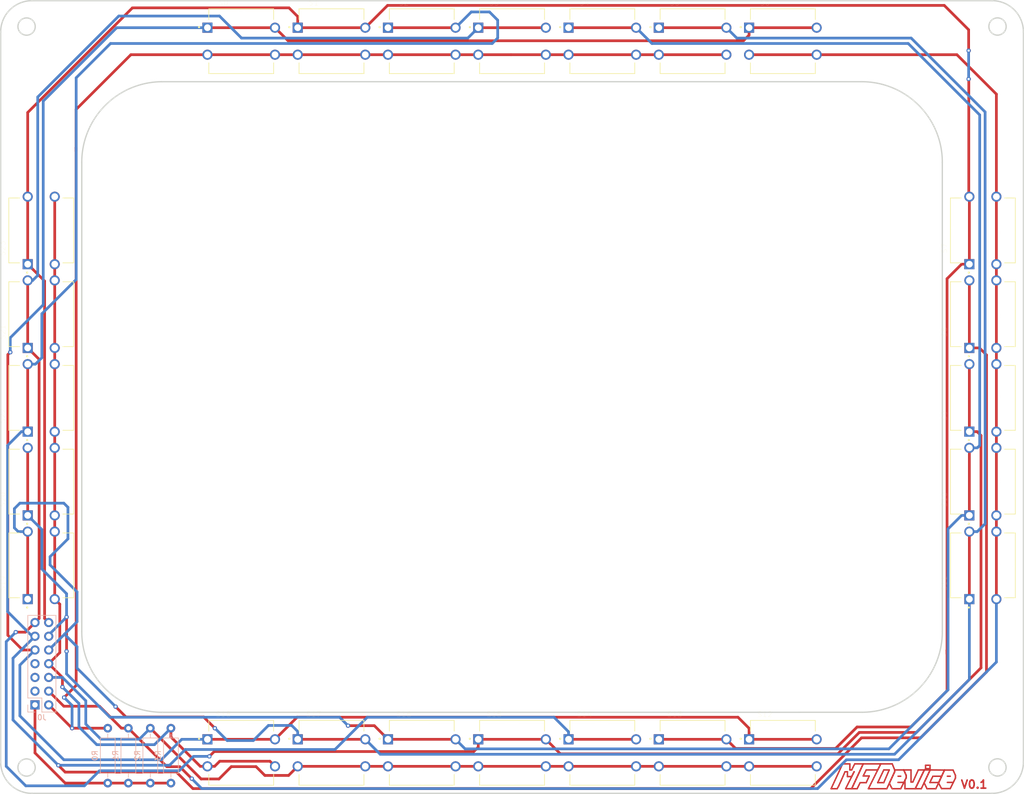
<source format=kicad_pcb>
(kicad_pcb (version 20171130) (host pcbnew "(5.1.9)-1")

  (general
    (thickness 1.6)
    (drawings 109)
    (tracks 287)
    (zones 0)
    (modules 29)
    (nets 15)
  )

  (page A3)
  (title_block
    (title MFD-pcb)
    (date 2021-01-19)
    (rev 0.1)
  )

  (layers
    (0 F.Cu signal)
    (31 B.Cu signal)
    (32 B.Adhes user hide)
    (33 F.Adhes user)
    (34 B.Paste user hide)
    (35 F.Paste user hide)
    (36 B.SilkS user hide)
    (37 F.SilkS user hide)
    (38 B.Mask user hide)
    (39 F.Mask user hide)
    (40 Dwgs.User user hide)
    (41 Cmts.User user hide)
    (42 Eco1.User user hide)
    (43 Eco2.User user hide)
    (44 Edge.Cuts user)
    (45 Margin user hide)
    (46 B.CrtYd user hide)
    (47 F.CrtYd user hide)
    (48 B.Fab user hide)
    (49 F.Fab user hide)
  )

  (setup
    (last_trace_width 0.5)
    (user_trace_width 2.5)
    (trace_clearance 0.5)
    (zone_clearance 0.508)
    (zone_45_only no)
    (trace_min 0.3)
    (via_size 0.8)
    (via_drill 0.4)
    (via_min_size 0.4)
    (via_min_drill 0.3)
    (uvia_size 0.3)
    (uvia_drill 0.1)
    (uvias_allowed no)
    (uvia_min_size 0.2)
    (uvia_min_drill 0.1)
    (edge_width 0.05)
    (segment_width 0.2)
    (pcb_text_width 0.3)
    (pcb_text_size 1.5 1.5)
    (mod_edge_width 0.12)
    (mod_text_size 1 1)
    (mod_text_width 0.15)
    (pad_size 1.524 1.524)
    (pad_drill 0.762)
    (pad_to_mask_clearance 0)
    (aux_axis_origin 0 0)
    (visible_elements 7FFFFFFF)
    (pcbplotparams
      (layerselection 0x010c0_ffffffff)
      (usegerberextensions false)
      (usegerberattributes true)
      (usegerberadvancedattributes true)
      (creategerberjobfile true)
      (excludeedgelayer true)
      (linewidth 0.100000)
      (plotframeref false)
      (viasonmask false)
      (mode 1)
      (useauxorigin false)
      (hpglpennumber 1)
      (hpglpenspeed 20)
      (hpglpendiameter 15.000000)
      (psnegative false)
      (psa4output false)
      (plotreference true)
      (plotvalue true)
      (plotinvisibletext false)
      (padsonsilk false)
      (subtractmaskfromsilk false)
      (outputformat 1)
      (mirror false)
      (drillshape 0)
      (scaleselection 1)
      (outputdirectory ""))
  )

  (net 0 "")
  (net 1 /Column0)
  (net 2 /Row0)
  (net 3 /Column1)
  (net 4 /Column2)
  (net 5 /Column3)
  (net 6 /Column4)
  (net 7 /Column5)
  (net 8 /Row1)
  (net 9 /Row2)
  (net 10 /Row3)
  (net 11 GND)
  (net 12 "Net-(J0-Pad7)")
  (net 13 "Net-(J0-Pad5)")
  (net 14 "Net-(J0-Pad3)")

  (net_class Default "This is the default net class."
    (clearance 0.5)
    (trace_width 0.5)
    (via_dia 0.8)
    (via_drill 0.4)
    (uvia_dia 0.3)
    (uvia_drill 0.1)
    (diff_pair_width 0.3)
    (diff_pair_gap 0.5)
    (add_net /Column0)
    (add_net /Column1)
    (add_net /Column2)
    (add_net /Column3)
    (add_net /Column4)
    (add_net /Column5)
    (add_net /Row0)
    (add_net /Row1)
    (add_net /Row2)
    (add_net /Row3)
    (add_net GND)
    (add_net "Net-(J0-Pad3)")
    (add_net "Net-(J0-Pad5)")
    (add_net "Net-(J0-Pad7)")
  )

  (module omron-b3f-4055:SW_B3F-4055 (layer F.Cu) (tedit 60072C29) (tstamp 60074899)
    (at 130.692538 139.771118 90)
    (path /6008C34A)
    (fp_text reference S22 (at -3.325 -7.135 90) (layer F.SilkS)
      (effects (font (size 1 1) (thickness 0.015)))
    )
    (fp_text value B3F-4055 (at 0.485 7.135 90) (layer F.Fab)
      (effects (font (size 1 1) (thickness 0.015)))
    )
    (fp_circle (center -7.8 -2.6) (end -7.7 -2.6) (layer F.Fab) (width 0.2))
    (fp_circle (center -7.8 -2.6) (end -7.7 -2.6) (layer F.SilkS) (width 0.2))
    (fp_line (start 7.45 -6.25) (end -7.45 -6.25) (layer F.CrtYd) (width 0.05))
    (fp_line (start 7.45 6.25) (end 7.45 -6.25) (layer F.CrtYd) (width 0.05))
    (fp_line (start -7.45 6.25) (end 7.45 6.25) (layer F.CrtYd) (width 0.05))
    (fp_line (start -7.45 -6.25) (end -7.45 6.25) (layer F.CrtYd) (width 0.05))
    (fp_line (start 6 6) (end 6 4) (layer F.SilkS) (width 0.127))
    (fp_line (start -6 6) (end 6 6) (layer F.SilkS) (width 0.127))
    (fp_line (start -6 4) (end -6 6) (layer F.SilkS) (width 0.127))
    (fp_line (start 6 -6) (end 6 -4) (layer F.SilkS) (width 0.127))
    (fp_line (start -6 -6) (end 6 -6) (layer F.SilkS) (width 0.127))
    (fp_line (start -6 -4) (end -6 -6) (layer F.SilkS) (width 0.127))
    (fp_line (start 6 -6) (end -6 -6) (layer F.Fab) (width 0.127))
    (fp_line (start 6 6) (end 6 -6) (layer F.Fab) (width 0.127))
    (fp_line (start -6 6) (end 6 6) (layer F.Fab) (width 0.127))
    (fp_line (start -6 -6) (end -6 6) (layer F.Fab) (width 0.127))
    (pad 1 thru_hole rect (at -6.25 -2.5 90) (size 1.875 1.875) (drill 1.25) (layers *.Cu *.Mask)
      (net 4 /Column2))
    (pad 3 thru_hole circle (at -6.25 2.5 90) (size 1.875 1.875) (drill 1.25) (layers *.Cu *.Mask)
      (net 10 /Row3))
    (pad 2 thru_hole circle (at 6.25 -2.5 90) (size 1.875 1.875) (drill 1.25) (layers *.Cu *.Mask)
      (net 4 /Column2))
    (pad 4 thru_hole circle (at 6.25 2.5 90) (size 1.875 1.875) (drill 1.25) (layers *.Cu *.Mask)
      (net 10 /Row3))
    (pad None np_thru_hole circle (at 0 -4.5 90) (size 1.85 1.85) (drill 1.85) (layers *.Cu *.Mask))
    (pad None np_thru_hole circle (at 0 4.5 90) (size 1.85 1.85) (drill 1.85) (layers *.Cu *.Mask))
    (model "C:/Users/Sam/Documents/ED Stuff/ED Cockpit Status/ED - Multi Function Display/mfd-product/parts/b3f-4055 v2.step"
      (at (xyz 0 0 0))
      (scale (xyz 1 1 1))
      (rotate (xyz -90 0 0))
    )
  )

  (module Connector_PinHeader_2.54mm:PinHeader_2x07_P2.54mm_Vertical (layer B.Cu) (tedit 59FED5CC) (tstamp 6007683A)
    (at 129.54 196.596)
    (descr "Through hole straight pin header, 2x07, 2.54mm pitch, double rows")
    (tags "Through hole pin header THT 2x07 2.54mm double row")
    (path /6039C6D2)
    (fp_text reference J0 (at 1.27 2.33) (layer B.SilkS)
      (effects (font (size 1 1) (thickness 0.15)) (justify mirror))
    )
    (fp_text value Conn_02x07_Counter_Clockwise (at 1.27 -17.57) (layer B.Fab)
      (effects (font (size 1 1) (thickness 0.15)) (justify mirror))
    )
    (fp_line (start 0 1.27) (end 3.81 1.27) (layer B.Fab) (width 0.1))
    (fp_line (start 3.81 1.27) (end 3.81 -16.51) (layer B.Fab) (width 0.1))
    (fp_line (start 3.81 -16.51) (end -1.27 -16.51) (layer B.Fab) (width 0.1))
    (fp_line (start -1.27 -16.51) (end -1.27 0) (layer B.Fab) (width 0.1))
    (fp_line (start -1.27 0) (end 0 1.27) (layer B.Fab) (width 0.1))
    (fp_line (start -1.33 -16.57) (end 3.87 -16.57) (layer B.SilkS) (width 0.12))
    (fp_line (start -1.33 -1.27) (end -1.33 -16.57) (layer B.SilkS) (width 0.12))
    (fp_line (start 3.87 1.33) (end 3.87 -16.57) (layer B.SilkS) (width 0.12))
    (fp_line (start -1.33 -1.27) (end 1.27 -1.27) (layer B.SilkS) (width 0.12))
    (fp_line (start 1.27 -1.27) (end 1.27 1.33) (layer B.SilkS) (width 0.12))
    (fp_line (start 1.27 1.33) (end 3.87 1.33) (layer B.SilkS) (width 0.12))
    (fp_line (start -1.33 0) (end -1.33 1.33) (layer B.SilkS) (width 0.12))
    (fp_line (start -1.33 1.33) (end 0 1.33) (layer B.SilkS) (width 0.12))
    (fp_line (start -1.8 1.8) (end -1.8 -17.05) (layer B.CrtYd) (width 0.05))
    (fp_line (start -1.8 -17.05) (end 4.35 -17.05) (layer B.CrtYd) (width 0.05))
    (fp_line (start 4.35 -17.05) (end 4.35 1.8) (layer B.CrtYd) (width 0.05))
    (fp_line (start 4.35 1.8) (end -1.8 1.8) (layer B.CrtYd) (width 0.05))
    (fp_text user %R (at 1.27 -7.62 -90) (layer B.Fab)
      (effects (font (size 1 1) (thickness 0.15)) (justify mirror))
    )
    (pad 14 thru_hole oval (at 2.54 -15.24) (size 1.7 1.7) (drill 1) (layers *.Cu *.Mask)
      (net 3 /Column1))
    (pad 13 thru_hole oval (at 0 -15.24) (size 1.7 1.7) (drill 1) (layers *.Cu *.Mask)
      (net 5 /Column3))
    (pad 12 thru_hole oval (at 2.54 -12.7) (size 1.7 1.7) (drill 1) (layers *.Cu *.Mask)
      (net 6 /Column4))
    (pad 11 thru_hole oval (at 0 -12.7) (size 1.7 1.7) (drill 1) (layers *.Cu *.Mask)
      (net 4 /Column2))
    (pad 10 thru_hole oval (at 2.54 -10.16) (size 1.7 1.7) (drill 1) (layers *.Cu *.Mask)
      (net 7 /Column5))
    (pad 9 thru_hole oval (at 0 -10.16) (size 1.7 1.7) (drill 1) (layers *.Cu *.Mask)
      (net 1 /Column0))
    (pad 8 thru_hole oval (at 2.54 -7.62) (size 1.7 1.7) (drill 1) (layers *.Cu *.Mask)
      (net 10 /Row3))
    (pad 7 thru_hole oval (at 0 -7.62) (size 1.7 1.7) (drill 1) (layers *.Cu *.Mask)
      (net 12 "Net-(J0-Pad7)"))
    (pad 6 thru_hole oval (at 2.54 -5.08) (size 1.7 1.7) (drill 1) (layers *.Cu *.Mask)
      (net 9 /Row2))
    (pad 5 thru_hole oval (at 0 -5.08) (size 1.7 1.7) (drill 1) (layers *.Cu *.Mask)
      (net 13 "Net-(J0-Pad5)"))
    (pad 4 thru_hole oval (at 2.54 -2.54) (size 1.7 1.7) (drill 1) (layers *.Cu *.Mask)
      (net 8 /Row1))
    (pad 3 thru_hole oval (at 0 -2.54) (size 1.7 1.7) (drill 1) (layers *.Cu *.Mask)
      (net 14 "Net-(J0-Pad3)"))
    (pad 2 thru_hole oval (at 2.54 0) (size 1.7 1.7) (drill 1) (layers *.Cu *.Mask)
      (net 2 /Row0))
    (pad 1 thru_hole rect (at 0 0) (size 1.7 1.7) (drill 1) (layers *.Cu *.Mask)
      (net 11 GND))
    (model C:/Users/Sam/Downloads/2514-6002-XX_STEP.stp
      (offset (xyz 23.75 39.47 0.5))
      (scale (xyz 1 1 1))
      (rotate (xyz 0 0 90))
    )
  )

  (module Resistor_THT:R_Axial_DIN0207_L6.3mm_D2.5mm_P10.16mm_Horizontal (layer B.Cu) (tedit 5AE5139B) (tstamp 60076896)
    (at 154.686 200.914 270)
    (descr "Resistor, Axial_DIN0207 series, Axial, Horizontal, pin pitch=10.16mm, 0.25W = 1/4W, length*diameter=6.3*2.5mm^2, http://cdn-reichelt.de/documents/datenblatt/B400/1_4W%23YAG.pdf")
    (tags "Resistor Axial_DIN0207 series Axial Horizontal pin pitch 10.16mm 0.25W = 1/4W length 6.3mm diameter 2.5mm")
    (path /601458E5)
    (fp_text reference R3 (at 5.08 2.37 90) (layer B.SilkS)
      (effects (font (size 1 1) (thickness 0.15)) (justify mirror))
    )
    (fp_text value 4.3k (at 5.08 -2.37 90) (layer B.Fab)
      (effects (font (size 1 1) (thickness 0.15)) (justify mirror))
    )
    (fp_line (start 1.93 1.25) (end 1.93 -1.25) (layer B.Fab) (width 0.1))
    (fp_line (start 1.93 -1.25) (end 8.23 -1.25) (layer B.Fab) (width 0.1))
    (fp_line (start 8.23 -1.25) (end 8.23 1.25) (layer B.Fab) (width 0.1))
    (fp_line (start 8.23 1.25) (end 1.93 1.25) (layer B.Fab) (width 0.1))
    (fp_line (start 0 0) (end 1.93 0) (layer B.Fab) (width 0.1))
    (fp_line (start 10.16 0) (end 8.23 0) (layer B.Fab) (width 0.1))
    (fp_line (start 1.81 1.37) (end 1.81 -1.37) (layer B.SilkS) (width 0.12))
    (fp_line (start 1.81 -1.37) (end 8.35 -1.37) (layer B.SilkS) (width 0.12))
    (fp_line (start 8.35 -1.37) (end 8.35 1.37) (layer B.SilkS) (width 0.12))
    (fp_line (start 8.35 1.37) (end 1.81 1.37) (layer B.SilkS) (width 0.12))
    (fp_line (start 1.04 0) (end 1.81 0) (layer B.SilkS) (width 0.12))
    (fp_line (start 9.12 0) (end 8.35 0) (layer B.SilkS) (width 0.12))
    (fp_line (start -1.05 1.5) (end -1.05 -1.5) (layer B.CrtYd) (width 0.05))
    (fp_line (start -1.05 -1.5) (end 11.21 -1.5) (layer B.CrtYd) (width 0.05))
    (fp_line (start 11.21 -1.5) (end 11.21 1.5) (layer B.CrtYd) (width 0.05))
    (fp_line (start 11.21 1.5) (end -1.05 1.5) (layer B.CrtYd) (width 0.05))
    (fp_text user %R (at 5.08 0 90) (layer B.Fab)
      (effects (font (size 1 1) (thickness 0.15)) (justify mirror))
    )
    (pad 2 thru_hole oval (at 10.16 0 270) (size 1.6 1.6) (drill 0.8) (layers *.Cu *.Mask)
      (net 11 GND))
    (pad 1 thru_hole circle (at 0 0 270) (size 1.6 1.6) (drill 0.8) (layers *.Cu *.Mask)
      (net 10 /Row3))
    (model ${KISYS3DMOD}/Resistor_THT.3dshapes/R_Axial_DIN0207_L6.3mm_D2.5mm_P10.16mm_Horizontal.wrl
      (at (xyz 0 0 0))
      (scale (xyz 1 1 1))
      (rotate (xyz 0 0 0))
    )
  )

  (module Resistor_THT:R_Axial_DIN0207_L6.3mm_D2.5mm_P10.16mm_Horizontal (layer B.Cu) (tedit 5AE5139B) (tstamp 6007687F)
    (at 150.876 200.914 270)
    (descr "Resistor, Axial_DIN0207 series, Axial, Horizontal, pin pitch=10.16mm, 0.25W = 1/4W, length*diameter=6.3*2.5mm^2, http://cdn-reichelt.de/documents/datenblatt/B400/1_4W%23YAG.pdf")
    (tags "Resistor Axial_DIN0207 series Axial Horizontal pin pitch 10.16mm 0.25W = 1/4W length 6.3mm diameter 2.5mm")
    (path /60144DAF)
    (fp_text reference R2 (at 5.08 2.37 90) (layer B.SilkS)
      (effects (font (size 1 1) (thickness 0.15)) (justify mirror))
    )
    (fp_text value 4.3k (at 5.08 -2.37 90) (layer B.Fab)
      (effects (font (size 1 1) (thickness 0.15)) (justify mirror))
    )
    (fp_line (start 1.93 1.25) (end 1.93 -1.25) (layer B.Fab) (width 0.1))
    (fp_line (start 1.93 -1.25) (end 8.23 -1.25) (layer B.Fab) (width 0.1))
    (fp_line (start 8.23 -1.25) (end 8.23 1.25) (layer B.Fab) (width 0.1))
    (fp_line (start 8.23 1.25) (end 1.93 1.25) (layer B.Fab) (width 0.1))
    (fp_line (start 0 0) (end 1.93 0) (layer B.Fab) (width 0.1))
    (fp_line (start 10.16 0) (end 8.23 0) (layer B.Fab) (width 0.1))
    (fp_line (start 1.81 1.37) (end 1.81 -1.37) (layer B.SilkS) (width 0.12))
    (fp_line (start 1.81 -1.37) (end 8.35 -1.37) (layer B.SilkS) (width 0.12))
    (fp_line (start 8.35 -1.37) (end 8.35 1.37) (layer B.SilkS) (width 0.12))
    (fp_line (start 8.35 1.37) (end 1.81 1.37) (layer B.SilkS) (width 0.12))
    (fp_line (start 1.04 0) (end 1.81 0) (layer B.SilkS) (width 0.12))
    (fp_line (start 9.12 0) (end 8.35 0) (layer B.SilkS) (width 0.12))
    (fp_line (start -1.05 1.5) (end -1.05 -1.5) (layer B.CrtYd) (width 0.05))
    (fp_line (start -1.05 -1.5) (end 11.21 -1.5) (layer B.CrtYd) (width 0.05))
    (fp_line (start 11.21 -1.5) (end 11.21 1.5) (layer B.CrtYd) (width 0.05))
    (fp_line (start 11.21 1.5) (end -1.05 1.5) (layer B.CrtYd) (width 0.05))
    (fp_text user %R (at 5.08 0 90) (layer B.Fab)
      (effects (font (size 1 1) (thickness 0.15)) (justify mirror))
    )
    (pad 2 thru_hole oval (at 10.16 0 270) (size 1.6 1.6) (drill 0.8) (layers *.Cu *.Mask)
      (net 11 GND))
    (pad 1 thru_hole circle (at 0 0 270) (size 1.6 1.6) (drill 0.8) (layers *.Cu *.Mask)
      (net 9 /Row2))
    (model ${KISYS3DMOD}/Resistor_THT.3dshapes/R_Axial_DIN0207_L6.3mm_D2.5mm_P10.16mm_Horizontal.wrl
      (at (xyz 0 0 0))
      (scale (xyz 1 1 1))
      (rotate (xyz 0 0 0))
    )
  )

  (module Resistor_THT:R_Axial_DIN0207_L6.3mm_D2.5mm_P10.16mm_Horizontal (layer B.Cu) (tedit 5AE5139B) (tstamp 60076868)
    (at 146.812 200.914 270)
    (descr "Resistor, Axial_DIN0207 series, Axial, Horizontal, pin pitch=10.16mm, 0.25W = 1/4W, length*diameter=6.3*2.5mm^2, http://cdn-reichelt.de/documents/datenblatt/B400/1_4W%23YAG.pdf")
    (tags "Resistor Axial_DIN0207 series Axial Horizontal pin pitch 10.16mm 0.25W = 1/4W length 6.3mm diameter 2.5mm")
    (path /601443E9)
    (fp_text reference R1 (at 5.08 2.37 90) (layer B.SilkS)
      (effects (font (size 1 1) (thickness 0.15)) (justify mirror))
    )
    (fp_text value 4.3k (at 5.08 -2.37 90) (layer B.Fab)
      (effects (font (size 1 1) (thickness 0.15)) (justify mirror))
    )
    (fp_line (start 1.93 1.25) (end 1.93 -1.25) (layer B.Fab) (width 0.1))
    (fp_line (start 1.93 -1.25) (end 8.23 -1.25) (layer B.Fab) (width 0.1))
    (fp_line (start 8.23 -1.25) (end 8.23 1.25) (layer B.Fab) (width 0.1))
    (fp_line (start 8.23 1.25) (end 1.93 1.25) (layer B.Fab) (width 0.1))
    (fp_line (start 0 0) (end 1.93 0) (layer B.Fab) (width 0.1))
    (fp_line (start 10.16 0) (end 8.23 0) (layer B.Fab) (width 0.1))
    (fp_line (start 1.81 1.37) (end 1.81 -1.37) (layer B.SilkS) (width 0.12))
    (fp_line (start 1.81 -1.37) (end 8.35 -1.37) (layer B.SilkS) (width 0.12))
    (fp_line (start 8.35 -1.37) (end 8.35 1.37) (layer B.SilkS) (width 0.12))
    (fp_line (start 8.35 1.37) (end 1.81 1.37) (layer B.SilkS) (width 0.12))
    (fp_line (start 1.04 0) (end 1.81 0) (layer B.SilkS) (width 0.12))
    (fp_line (start 9.12 0) (end 8.35 0) (layer B.SilkS) (width 0.12))
    (fp_line (start -1.05 1.5) (end -1.05 -1.5) (layer B.CrtYd) (width 0.05))
    (fp_line (start -1.05 -1.5) (end 11.21 -1.5) (layer B.CrtYd) (width 0.05))
    (fp_line (start 11.21 -1.5) (end 11.21 1.5) (layer B.CrtYd) (width 0.05))
    (fp_line (start 11.21 1.5) (end -1.05 1.5) (layer B.CrtYd) (width 0.05))
    (fp_text user %R (at 5.08 0 90) (layer B.Fab)
      (effects (font (size 1 1) (thickness 0.15)) (justify mirror))
    )
    (pad 2 thru_hole oval (at 10.16 0 270) (size 1.6 1.6) (drill 0.8) (layers *.Cu *.Mask)
      (net 11 GND))
    (pad 1 thru_hole circle (at 0 0 270) (size 1.6 1.6) (drill 0.8) (layers *.Cu *.Mask)
      (net 8 /Row1))
    (model ${KISYS3DMOD}/Resistor_THT.3dshapes/R_Axial_DIN0207_L6.3mm_D2.5mm_P10.16mm_Horizontal.wrl
      (at (xyz 0 0 0))
      (scale (xyz 1 1 1))
      (rotate (xyz 0 0 0))
    )
  )

  (module Resistor_THT:R_Axial_DIN0207_L6.3mm_D2.5mm_P10.16mm_Horizontal (layer B.Cu) (tedit 5AE5139B) (tstamp 60076851)
    (at 143.002 200.914 270)
    (descr "Resistor, Axial_DIN0207 series, Axial, Horizontal, pin pitch=10.16mm, 0.25W = 1/4W, length*diameter=6.3*2.5mm^2, http://cdn-reichelt.de/documents/datenblatt/B400/1_4W%23YAG.pdf")
    (tags "Resistor Axial_DIN0207 series Axial Horizontal pin pitch 10.16mm 0.25W = 1/4W length 6.3mm diameter 2.5mm")
    (path /6013F1BB)
    (fp_text reference R0 (at 5.08 2.37 90) (layer B.SilkS)
      (effects (font (size 1 1) (thickness 0.15)) (justify mirror))
    )
    (fp_text value 4.3k (at 5.08 -2.37 90) (layer B.Fab)
      (effects (font (size 1 1) (thickness 0.15)) (justify mirror))
    )
    (fp_line (start 1.93 1.25) (end 1.93 -1.25) (layer B.Fab) (width 0.1))
    (fp_line (start 1.93 -1.25) (end 8.23 -1.25) (layer B.Fab) (width 0.1))
    (fp_line (start 8.23 -1.25) (end 8.23 1.25) (layer B.Fab) (width 0.1))
    (fp_line (start 8.23 1.25) (end 1.93 1.25) (layer B.Fab) (width 0.1))
    (fp_line (start 0 0) (end 1.93 0) (layer B.Fab) (width 0.1))
    (fp_line (start 10.16 0) (end 8.23 0) (layer B.Fab) (width 0.1))
    (fp_line (start 1.81 1.37) (end 1.81 -1.37) (layer B.SilkS) (width 0.12))
    (fp_line (start 1.81 -1.37) (end 8.35 -1.37) (layer B.SilkS) (width 0.12))
    (fp_line (start 8.35 -1.37) (end 8.35 1.37) (layer B.SilkS) (width 0.12))
    (fp_line (start 8.35 1.37) (end 1.81 1.37) (layer B.SilkS) (width 0.12))
    (fp_line (start 1.04 0) (end 1.81 0) (layer B.SilkS) (width 0.12))
    (fp_line (start 9.12 0) (end 8.35 0) (layer B.SilkS) (width 0.12))
    (fp_line (start -1.05 1.5) (end -1.05 -1.5) (layer B.CrtYd) (width 0.05))
    (fp_line (start -1.05 -1.5) (end 11.21 -1.5) (layer B.CrtYd) (width 0.05))
    (fp_line (start 11.21 -1.5) (end 11.21 1.5) (layer B.CrtYd) (width 0.05))
    (fp_line (start 11.21 1.5) (end -1.05 1.5) (layer B.CrtYd) (width 0.05))
    (fp_text user %R (at 5.08 0 90) (layer B.Fab)
      (effects (font (size 1 1) (thickness 0.15)) (justify mirror))
    )
    (pad 2 thru_hole oval (at 10.16 0 270) (size 1.6 1.6) (drill 0.8) (layers *.Cu *.Mask)
      (net 11 GND))
    (pad 1 thru_hole circle (at 0 0 270) (size 1.6 1.6) (drill 0.8) (layers *.Cu *.Mask)
      (net 2 /Row0))
    (model ${KISYS3DMOD}/Resistor_THT.3dshapes/R_Axial_DIN0207_L6.3mm_D2.5mm_P10.16mm_Horizontal.wrl
      (at (xyz 0 0 0))
      (scale (xyz 1 1 1))
      (rotate (xyz 0 0 0))
    )
  )

  (module omron-b3f-4055:SW_B3F-4055 (layer F.Cu) (tedit 60072C29) (tstamp 600748EA)
    (at 130.692538 170.771118 90)
    (path /6008B554)
    (fp_text reference S19 (at -3.325 -7.135 90) (layer F.SilkS)
      (effects (font (size 1 1) (thickness 0.015)))
    )
    (fp_text value B3F-4055 (at 0.485 7.135 90) (layer F.Fab)
      (effects (font (size 1 1) (thickness 0.015)))
    )
    (fp_circle (center -7.8 -2.6) (end -7.7 -2.6) (layer F.Fab) (width 0.2))
    (fp_circle (center -7.8 -2.6) (end -7.7 -2.6) (layer F.SilkS) (width 0.2))
    (fp_line (start 7.45 -6.25) (end -7.45 -6.25) (layer F.CrtYd) (width 0.05))
    (fp_line (start 7.45 6.25) (end 7.45 -6.25) (layer F.CrtYd) (width 0.05))
    (fp_line (start -7.45 6.25) (end 7.45 6.25) (layer F.CrtYd) (width 0.05))
    (fp_line (start -7.45 -6.25) (end -7.45 6.25) (layer F.CrtYd) (width 0.05))
    (fp_line (start 6 6) (end 6 4) (layer F.SilkS) (width 0.127))
    (fp_line (start -6 6) (end 6 6) (layer F.SilkS) (width 0.127))
    (fp_line (start -6 4) (end -6 6) (layer F.SilkS) (width 0.127))
    (fp_line (start 6 -6) (end 6 -4) (layer F.SilkS) (width 0.127))
    (fp_line (start -6 -6) (end 6 -6) (layer F.SilkS) (width 0.127))
    (fp_line (start -6 -4) (end -6 -6) (layer F.SilkS) (width 0.127))
    (fp_line (start 6 -6) (end -6 -6) (layer F.Fab) (width 0.127))
    (fp_line (start 6 6) (end 6 -6) (layer F.Fab) (width 0.127))
    (fp_line (start -6 6) (end 6 6) (layer F.Fab) (width 0.127))
    (fp_line (start -6 -6) (end -6 6) (layer F.Fab) (width 0.127))
    (pad 1 thru_hole rect (at -6.25 -2.5 90) (size 1.875 1.875) (drill 1.25) (layers *.Cu *.Mask)
      (net 7 /Column5))
    (pad 3 thru_hole circle (at -6.25 2.5 90) (size 1.875 1.875) (drill 1.25) (layers *.Cu *.Mask)
      (net 10 /Row3))
    (pad 2 thru_hole circle (at 6.25 -2.5 90) (size 1.875 1.875) (drill 1.25) (layers *.Cu *.Mask)
      (net 7 /Column5))
    (pad 4 thru_hole circle (at 6.25 2.5 90) (size 1.875 1.875) (drill 1.25) (layers *.Cu *.Mask)
      (net 10 /Row3))
    (pad None np_thru_hole circle (at 0 -4.5 90) (size 1.85 1.85) (drill 1.85) (layers *.Cu *.Mask))
    (pad None np_thru_hole circle (at 0 4.5 90) (size 1.85 1.85) (drill 1.85) (layers *.Cu *.Mask))
    (model "C:/Users/Sam/Documents/ED Stuff/ED Cockpit Status/ED - Multi Function Display/mfd-product/parts/b3f-4055 v2.step"
      (at (xyz 0 0 0))
      (scale (xyz 1 1 1))
      (rotate (xyz -90 0 0))
    )
  )

  (module omron-b3f-4055:SW_B3F-4055 (layer F.Cu) (tedit 60072C29) (tstamp 60074B53)
    (at 304.892563 155.271118 90)
    (path /6008A90F)
    (fp_text reference S10 (at -3.325 -7.135 90) (layer F.SilkS)
      (effects (font (size 1 1) (thickness 0.015)))
    )
    (fp_text value B3F-4055 (at 0.485 7.135 90) (layer F.Fab)
      (effects (font (size 1 1) (thickness 0.015)))
    )
    (fp_circle (center -7.8 -2.6) (end -7.7 -2.6) (layer F.Fab) (width 0.2))
    (fp_circle (center -7.8 -2.6) (end -7.7 -2.6) (layer F.SilkS) (width 0.2))
    (fp_line (start 7.45 -6.25) (end -7.45 -6.25) (layer F.CrtYd) (width 0.05))
    (fp_line (start 7.45 6.25) (end 7.45 -6.25) (layer F.CrtYd) (width 0.05))
    (fp_line (start -7.45 6.25) (end 7.45 6.25) (layer F.CrtYd) (width 0.05))
    (fp_line (start -7.45 -6.25) (end -7.45 6.25) (layer F.CrtYd) (width 0.05))
    (fp_line (start 6 6) (end 6 4) (layer F.SilkS) (width 0.127))
    (fp_line (start -6 6) (end 6 6) (layer F.SilkS) (width 0.127))
    (fp_line (start -6 4) (end -6 6) (layer F.SilkS) (width 0.127))
    (fp_line (start 6 -6) (end 6 -4) (layer F.SilkS) (width 0.127))
    (fp_line (start -6 -6) (end 6 -6) (layer F.SilkS) (width 0.127))
    (fp_line (start -6 -4) (end -6 -6) (layer F.SilkS) (width 0.127))
    (fp_line (start 6 -6) (end -6 -6) (layer F.Fab) (width 0.127))
    (fp_line (start 6 6) (end 6 -6) (layer F.Fab) (width 0.127))
    (fp_line (start -6 6) (end 6 6) (layer F.Fab) (width 0.127))
    (fp_line (start -6 -6) (end -6 6) (layer F.Fab) (width 0.127))
    (pad 1 thru_hole rect (at -6.25 -2.5 90) (size 1.875 1.875) (drill 1.25) (layers *.Cu *.Mask)
      (net 6 /Column4))
    (pad 3 thru_hole circle (at -6.25 2.5 90) (size 1.875 1.875) (drill 1.25) (layers *.Cu *.Mask)
      (net 8 /Row1))
    (pad 2 thru_hole circle (at 6.25 -2.5 90) (size 1.875 1.875) (drill 1.25) (layers *.Cu *.Mask)
      (net 6 /Column4))
    (pad 4 thru_hole circle (at 6.25 2.5 90) (size 1.875 1.875) (drill 1.25) (layers *.Cu *.Mask)
      (net 8 /Row1))
    (pad None np_thru_hole circle (at 0 -4.5 90) (size 1.85 1.85) (drill 1.85) (layers *.Cu *.Mask))
    (pad None np_thru_hole circle (at 0 4.5 90) (size 1.85 1.85) (drill 1.85) (layers *.Cu *.Mask))
    (model "C:/Users/Sam/Documents/ED Stuff/ED Cockpit Status/ED - Multi Function Display/mfd-product/parts/b3f-4055 v2.step"
      (at (xyz 0 0 0))
      (scale (xyz 1 1 1))
      (rotate (xyz -90 0 0))
    )
  )

  (module omron-b3f-4055:SW_B3F-4055 (layer F.Cu) (tedit 60072C29) (tstamp 60074137)
    (at 167.692538 73.741118)
    (path /6006BA32)
    (fp_text reference S0 (at -3.325 -7.135) (layer F.SilkS)
      (effects (font (size 1 1) (thickness 0.015)))
    )
    (fp_text value B3F-4055 (at 0.485 7.135) (layer F.Fab)
      (effects (font (size 1 1) (thickness 0.015)))
    )
    (fp_circle (center -7.8 -2.6) (end -7.7 -2.6) (layer F.Fab) (width 0.2))
    (fp_circle (center -7.8 -2.6) (end -7.7 -2.6) (layer F.SilkS) (width 0.2))
    (fp_line (start 7.45 -6.25) (end -7.45 -6.25) (layer F.CrtYd) (width 0.05))
    (fp_line (start 7.45 6.25) (end 7.45 -6.25) (layer F.CrtYd) (width 0.05))
    (fp_line (start -7.45 6.25) (end 7.45 6.25) (layer F.CrtYd) (width 0.05))
    (fp_line (start -7.45 -6.25) (end -7.45 6.25) (layer F.CrtYd) (width 0.05))
    (fp_line (start 6 6) (end 6 4) (layer F.SilkS) (width 0.127))
    (fp_line (start -6 6) (end 6 6) (layer F.SilkS) (width 0.127))
    (fp_line (start -6 4) (end -6 6) (layer F.SilkS) (width 0.127))
    (fp_line (start 6 -6) (end 6 -4) (layer F.SilkS) (width 0.127))
    (fp_line (start -6 -6) (end 6 -6) (layer F.SilkS) (width 0.127))
    (fp_line (start -6 -4) (end -6 -6) (layer F.SilkS) (width 0.127))
    (fp_line (start 6 -6) (end -6 -6) (layer F.Fab) (width 0.127))
    (fp_line (start 6 6) (end 6 -6) (layer F.Fab) (width 0.127))
    (fp_line (start -6 6) (end 6 6) (layer F.Fab) (width 0.127))
    (fp_line (start -6 -6) (end -6 6) (layer F.Fab) (width 0.127))
    (pad 1 thru_hole rect (at -6.25 -2.5) (size 1.875 1.875) (drill 1.25) (layers *.Cu *.Mask)
      (net 1 /Column0))
    (pad 3 thru_hole circle (at -6.25 2.5) (size 1.875 1.875) (drill 1.25) (layers *.Cu *.Mask)
      (net 2 /Row0))
    (pad 2 thru_hole circle (at 6.25 -2.5) (size 1.875 1.875) (drill 1.25) (layers *.Cu *.Mask)
      (net 1 /Column0))
    (pad 4 thru_hole circle (at 6.25 2.5) (size 1.875 1.875) (drill 1.25) (layers *.Cu *.Mask)
      (net 2 /Row0))
    (pad None np_thru_hole circle (at 0 -4.5) (size 1.85 1.85) (drill 1.85) (layers *.Cu *.Mask))
    (pad None np_thru_hole circle (at 0 4.5) (size 1.85 1.85) (drill 1.85) (layers *.Cu *.Mask))
    (model "C:/Users/Sam/Documents/ED Stuff/ED Cockpit Status/ED - Multi Function Display/mfd-product/parts/b3f-4055 v2.step"
      (at (xyz 0 0 0))
      (scale (xyz 1 1 1))
      (rotate (xyz -90 0 0))
    )
  )

  (module omron-b3f-4055:SW_B3F-4055 (layer F.Cu) (tedit 60072C29) (tstamp 600740EC)
    (at 201.092538 73.741118)
    (path /6006FB2E)
    (fp_text reference S2 (at -3.325 -7.135) (layer F.SilkS)
      (effects (font (size 1 1) (thickness 0.015)))
    )
    (fp_text value B3F-4055 (at 0.485 7.135) (layer F.Fab)
      (effects (font (size 1 1) (thickness 0.015)))
    )
    (fp_circle (center -7.8 -2.6) (end -7.7 -2.6) (layer F.Fab) (width 0.2))
    (fp_circle (center -7.8 -2.6) (end -7.7 -2.6) (layer F.SilkS) (width 0.2))
    (fp_line (start 7.45 -6.25) (end -7.45 -6.25) (layer F.CrtYd) (width 0.05))
    (fp_line (start 7.45 6.25) (end 7.45 -6.25) (layer F.CrtYd) (width 0.05))
    (fp_line (start -7.45 6.25) (end 7.45 6.25) (layer F.CrtYd) (width 0.05))
    (fp_line (start -7.45 -6.25) (end -7.45 6.25) (layer F.CrtYd) (width 0.05))
    (fp_line (start 6 6) (end 6 4) (layer F.SilkS) (width 0.127))
    (fp_line (start -6 6) (end 6 6) (layer F.SilkS) (width 0.127))
    (fp_line (start -6 4) (end -6 6) (layer F.SilkS) (width 0.127))
    (fp_line (start 6 -6) (end 6 -4) (layer F.SilkS) (width 0.127))
    (fp_line (start -6 -6) (end 6 -6) (layer F.SilkS) (width 0.127))
    (fp_line (start -6 -4) (end -6 -6) (layer F.SilkS) (width 0.127))
    (fp_line (start 6 -6) (end -6 -6) (layer F.Fab) (width 0.127))
    (fp_line (start 6 6) (end 6 -6) (layer F.Fab) (width 0.127))
    (fp_line (start -6 6) (end 6 6) (layer F.Fab) (width 0.127))
    (fp_line (start -6 -6) (end -6 6) (layer F.Fab) (width 0.127))
    (pad 1 thru_hole rect (at -6.25 -2.5) (size 1.875 1.875) (drill 1.25) (layers *.Cu *.Mask)
      (net 4 /Column2))
    (pad 3 thru_hole circle (at -6.25 2.5) (size 1.875 1.875) (drill 1.25) (layers *.Cu *.Mask)
      (net 2 /Row0))
    (pad 2 thru_hole circle (at 6.25 -2.5) (size 1.875 1.875) (drill 1.25) (layers *.Cu *.Mask)
      (net 4 /Column2))
    (pad 4 thru_hole circle (at 6.25 2.5) (size 1.875 1.875) (drill 1.25) (layers *.Cu *.Mask)
      (net 2 /Row0))
    (pad None np_thru_hole circle (at 0 -4.5) (size 1.85 1.85) (drill 1.85) (layers *.Cu *.Mask))
    (pad None np_thru_hole circle (at 0 4.5) (size 1.85 1.85) (drill 1.85) (layers *.Cu *.Mask))
    (model "C:/Users/Sam/Documents/ED Stuff/ED Cockpit Status/ED - Multi Function Display/mfd-product/parts/b3f-4055 v2.step"
      (at (xyz 0 0 0))
      (scale (xyz 1 1 1))
      (rotate (xyz -90 0 0))
    )
  )

  (module omron-b3f-4055:SW_B3F-4055 (layer F.Cu) (tedit 60072C29) (tstamp 600740A1)
    (at 267.892538 73.741118)
    (path /60070CBF)
    (fp_text reference S6 (at -3.325 -7.135) (layer F.SilkS)
      (effects (font (size 1 1) (thickness 0.015)))
    )
    (fp_text value B3F-4055 (at 0.485 7.135) (layer F.Fab)
      (effects (font (size 1 1) (thickness 0.015)))
    )
    (fp_circle (center -7.8 -2.6) (end -7.7 -2.6) (layer F.Fab) (width 0.2))
    (fp_circle (center -7.8 -2.6) (end -7.7 -2.6) (layer F.SilkS) (width 0.2))
    (fp_line (start 7.45 -6.25) (end -7.45 -6.25) (layer F.CrtYd) (width 0.05))
    (fp_line (start 7.45 6.25) (end 7.45 -6.25) (layer F.CrtYd) (width 0.05))
    (fp_line (start -7.45 6.25) (end 7.45 6.25) (layer F.CrtYd) (width 0.05))
    (fp_line (start -7.45 -6.25) (end -7.45 6.25) (layer F.CrtYd) (width 0.05))
    (fp_line (start 6 6) (end 6 4) (layer F.SilkS) (width 0.127))
    (fp_line (start -6 6) (end 6 6) (layer F.SilkS) (width 0.127))
    (fp_line (start -6 4) (end -6 6) (layer F.SilkS) (width 0.127))
    (fp_line (start 6 -6) (end 6 -4) (layer F.SilkS) (width 0.127))
    (fp_line (start -6 -6) (end 6 -6) (layer F.SilkS) (width 0.127))
    (fp_line (start -6 -4) (end -6 -6) (layer F.SilkS) (width 0.127))
    (fp_line (start 6 -6) (end -6 -6) (layer F.Fab) (width 0.127))
    (fp_line (start 6 6) (end 6 -6) (layer F.Fab) (width 0.127))
    (fp_line (start -6 6) (end 6 6) (layer F.Fab) (width 0.127))
    (fp_line (start -6 -6) (end -6 6) (layer F.Fab) (width 0.127))
    (pad 1 thru_hole rect (at -6.25 -2.5) (size 1.875 1.875) (drill 1.25) (layers *.Cu *.Mask)
      (net 1 /Column0))
    (pad 3 thru_hole circle (at -6.25 2.5) (size 1.875 1.875) (drill 1.25) (layers *.Cu *.Mask)
      (net 8 /Row1))
    (pad 2 thru_hole circle (at 6.25 -2.5) (size 1.875 1.875) (drill 1.25) (layers *.Cu *.Mask)
      (net 1 /Column0))
    (pad 4 thru_hole circle (at 6.25 2.5) (size 1.875 1.875) (drill 1.25) (layers *.Cu *.Mask)
      (net 8 /Row1))
    (pad None np_thru_hole circle (at 0 -4.5) (size 1.85 1.85) (drill 1.85) (layers *.Cu *.Mask))
    (pad None np_thru_hole circle (at 0 4.5) (size 1.85 1.85) (drill 1.85) (layers *.Cu *.Mask))
    (model "C:/Users/Sam/Documents/ED Stuff/ED Cockpit Status/ED - Multi Function Display/mfd-product/parts/b3f-4055 v2.step"
      (at (xyz 0 0 0))
      (scale (xyz 1 1 1))
      (rotate (xyz -90 0 0))
    )
  )

  (module omron-b3f-4055:SW_B3F-4055 (layer F.Cu) (tedit 60072C29) (tstamp 60074C34)
    (at 304.892563 124.271118 90)
    (path /6008A26A)
    (fp_text reference S8 (at -3.325 -7.135 90) (layer F.SilkS)
      (effects (font (size 1 1) (thickness 0.015)))
    )
    (fp_text value B3F-4055 (at 0.485 7.135 90) (layer F.Fab)
      (effects (font (size 1 1) (thickness 0.015)))
    )
    (fp_circle (center -7.8 -2.6) (end -7.7 -2.6) (layer F.Fab) (width 0.2))
    (fp_circle (center -7.8 -2.6) (end -7.7 -2.6) (layer F.SilkS) (width 0.2))
    (fp_line (start 7.45 -6.25) (end -7.45 -6.25) (layer F.CrtYd) (width 0.05))
    (fp_line (start 7.45 6.25) (end 7.45 -6.25) (layer F.CrtYd) (width 0.05))
    (fp_line (start -7.45 6.25) (end 7.45 6.25) (layer F.CrtYd) (width 0.05))
    (fp_line (start -7.45 -6.25) (end -7.45 6.25) (layer F.CrtYd) (width 0.05))
    (fp_line (start 6 6) (end 6 4) (layer F.SilkS) (width 0.127))
    (fp_line (start -6 6) (end 6 6) (layer F.SilkS) (width 0.127))
    (fp_line (start -6 4) (end -6 6) (layer F.SilkS) (width 0.127))
    (fp_line (start 6 -6) (end 6 -4) (layer F.SilkS) (width 0.127))
    (fp_line (start -6 -6) (end 6 -6) (layer F.SilkS) (width 0.127))
    (fp_line (start -6 -4) (end -6 -6) (layer F.SilkS) (width 0.127))
    (fp_line (start 6 -6) (end -6 -6) (layer F.Fab) (width 0.127))
    (fp_line (start 6 6) (end 6 -6) (layer F.Fab) (width 0.127))
    (fp_line (start -6 6) (end 6 6) (layer F.Fab) (width 0.127))
    (fp_line (start -6 -6) (end -6 6) (layer F.Fab) (width 0.127))
    (pad 1 thru_hole rect (at -6.25 -2.5 90) (size 1.875 1.875) (drill 1.25) (layers *.Cu *.Mask)
      (net 4 /Column2))
    (pad 3 thru_hole circle (at -6.25 2.5 90) (size 1.875 1.875) (drill 1.25) (layers *.Cu *.Mask)
      (net 8 /Row1))
    (pad 2 thru_hole circle (at 6.25 -2.5 90) (size 1.875 1.875) (drill 1.25) (layers *.Cu *.Mask)
      (net 4 /Column2))
    (pad 4 thru_hole circle (at 6.25 2.5 90) (size 1.875 1.875) (drill 1.25) (layers *.Cu *.Mask)
      (net 8 /Row1))
    (pad None np_thru_hole circle (at 0 -4.5 90) (size 1.85 1.85) (drill 1.85) (layers *.Cu *.Mask))
    (pad None np_thru_hole circle (at 0 4.5 90) (size 1.85 1.85) (drill 1.85) (layers *.Cu *.Mask))
    (model "C:/Users/Sam/Documents/ED Stuff/ED Cockpit Status/ED - Multi Function Display/mfd-product/parts/b3f-4055 v2.step"
      (at (xyz 0 0 0))
      (scale (xyz 1 1 1))
      (rotate (xyz -90 0 0))
    )
  )

  (module omron-b3f-4055:SW_B3F-4055 (layer F.Cu) (tedit 60072C29) (tstamp 60074B9E)
    (at 304.892563 139.771118 90)
    (path /6008A534)
    (fp_text reference S9 (at -3.325 -7.135 90) (layer F.SilkS)
      (effects (font (size 1 1) (thickness 0.015)))
    )
    (fp_text value B3F-4055 (at 0.485 7.135 90) (layer F.Fab)
      (effects (font (size 1 1) (thickness 0.015)))
    )
    (fp_circle (center -7.8 -2.6) (end -7.7 -2.6) (layer F.Fab) (width 0.2))
    (fp_circle (center -7.8 -2.6) (end -7.7 -2.6) (layer F.SilkS) (width 0.2))
    (fp_line (start 7.45 -6.25) (end -7.45 -6.25) (layer F.CrtYd) (width 0.05))
    (fp_line (start 7.45 6.25) (end 7.45 -6.25) (layer F.CrtYd) (width 0.05))
    (fp_line (start -7.45 6.25) (end 7.45 6.25) (layer F.CrtYd) (width 0.05))
    (fp_line (start -7.45 -6.25) (end -7.45 6.25) (layer F.CrtYd) (width 0.05))
    (fp_line (start 6 6) (end 6 4) (layer F.SilkS) (width 0.127))
    (fp_line (start -6 6) (end 6 6) (layer F.SilkS) (width 0.127))
    (fp_line (start -6 4) (end -6 6) (layer F.SilkS) (width 0.127))
    (fp_line (start 6 -6) (end 6 -4) (layer F.SilkS) (width 0.127))
    (fp_line (start -6 -6) (end 6 -6) (layer F.SilkS) (width 0.127))
    (fp_line (start -6 -4) (end -6 -6) (layer F.SilkS) (width 0.127))
    (fp_line (start 6 -6) (end -6 -6) (layer F.Fab) (width 0.127))
    (fp_line (start 6 6) (end 6 -6) (layer F.Fab) (width 0.127))
    (fp_line (start -6 6) (end 6 6) (layer F.Fab) (width 0.127))
    (fp_line (start -6 -6) (end -6 6) (layer F.Fab) (width 0.127))
    (pad 1 thru_hole rect (at -6.25 -2.5 90) (size 1.875 1.875) (drill 1.25) (layers *.Cu *.Mask)
      (net 5 /Column3))
    (pad 3 thru_hole circle (at -6.25 2.5 90) (size 1.875 1.875) (drill 1.25) (layers *.Cu *.Mask)
      (net 8 /Row1))
    (pad 2 thru_hole circle (at 6.25 -2.5 90) (size 1.875 1.875) (drill 1.25) (layers *.Cu *.Mask)
      (net 5 /Column3))
    (pad 4 thru_hole circle (at 6.25 2.5 90) (size 1.875 1.875) (drill 1.25) (layers *.Cu *.Mask)
      (net 8 /Row1))
    (pad None np_thru_hole circle (at 0 -4.5 90) (size 1.85 1.85) (drill 1.85) (layers *.Cu *.Mask))
    (pad None np_thru_hole circle (at 0 4.5 90) (size 1.85 1.85) (drill 1.85) (layers *.Cu *.Mask))
    (model "C:/Users/Sam/Documents/ED Stuff/ED Cockpit Status/ED - Multi Function Display/mfd-product/parts/b3f-4055 v2.step"
      (at (xyz 0 0 0))
      (scale (xyz 1 1 1))
      (rotate (xyz -90 0 0))
    )
  )

  (module omron-b3f-4055:SW_B3F-4055 (layer F.Cu) (tedit 60072C29) (tstamp 60074BE9)
    (at 304.892563 170.771118 90)
    (path /6008AE1E)
    (fp_text reference S11 (at -3.325 -7.135 90) (layer F.SilkS)
      (effects (font (size 1 1) (thickness 0.015)))
    )
    (fp_text value B3F-4055 (at 0.485 7.135 90) (layer F.Fab)
      (effects (font (size 1 1) (thickness 0.015)))
    )
    (fp_circle (center -7.8 -2.6) (end -7.7 -2.6) (layer F.Fab) (width 0.2))
    (fp_circle (center -7.8 -2.6) (end -7.7 -2.6) (layer F.SilkS) (width 0.2))
    (fp_line (start 7.45 -6.25) (end -7.45 -6.25) (layer F.CrtYd) (width 0.05))
    (fp_line (start 7.45 6.25) (end 7.45 -6.25) (layer F.CrtYd) (width 0.05))
    (fp_line (start -7.45 6.25) (end 7.45 6.25) (layer F.CrtYd) (width 0.05))
    (fp_line (start -7.45 -6.25) (end -7.45 6.25) (layer F.CrtYd) (width 0.05))
    (fp_line (start 6 6) (end 6 4) (layer F.SilkS) (width 0.127))
    (fp_line (start -6 6) (end 6 6) (layer F.SilkS) (width 0.127))
    (fp_line (start -6 4) (end -6 6) (layer F.SilkS) (width 0.127))
    (fp_line (start 6 -6) (end 6 -4) (layer F.SilkS) (width 0.127))
    (fp_line (start -6 -6) (end 6 -6) (layer F.SilkS) (width 0.127))
    (fp_line (start -6 -4) (end -6 -6) (layer F.SilkS) (width 0.127))
    (fp_line (start 6 -6) (end -6 -6) (layer F.Fab) (width 0.127))
    (fp_line (start 6 6) (end 6 -6) (layer F.Fab) (width 0.127))
    (fp_line (start -6 6) (end 6 6) (layer F.Fab) (width 0.127))
    (fp_line (start -6 -6) (end -6 6) (layer F.Fab) (width 0.127))
    (pad 1 thru_hole rect (at -6.25 -2.5 90) (size 1.875 1.875) (drill 1.25) (layers *.Cu *.Mask)
      (net 7 /Column5))
    (pad 3 thru_hole circle (at -6.25 2.5 90) (size 1.875 1.875) (drill 1.25) (layers *.Cu *.Mask)
      (net 8 /Row1))
    (pad 2 thru_hole circle (at 6.25 -2.5 90) (size 1.875 1.875) (drill 1.25) (layers *.Cu *.Mask)
      (net 7 /Column5))
    (pad 4 thru_hole circle (at 6.25 2.5 90) (size 1.875 1.875) (drill 1.25) (layers *.Cu *.Mask)
      (net 8 /Row1))
    (pad None np_thru_hole circle (at 0 -4.5 90) (size 1.85 1.85) (drill 1.85) (layers *.Cu *.Mask))
    (pad None np_thru_hole circle (at 0 4.5 90) (size 1.85 1.85) (drill 1.85) (layers *.Cu *.Mask))
    (model "C:/Users/Sam/Documents/ED Stuff/ED Cockpit Status/ED - Multi Function Display/mfd-product/parts/b3f-4055 v2.step"
      (at (xyz 0 0 0))
      (scale (xyz 1 1 1))
      (rotate (xyz -90 0 0))
    )
  )

  (module omron-b3f-4055:SW_B3F-4055 (layer F.Cu) (tedit 60072C29) (tstamp 6007451B)
    (at 267.892538 205.471118)
    (path /60089205)
    (fp_text reference S12 (at -3.325 -7.135) (layer F.SilkS)
      (effects (font (size 1 1) (thickness 0.015)))
    )
    (fp_text value B3F-4055 (at 0.485 7.135) (layer F.Fab)
      (effects (font (size 1 1) (thickness 0.015)))
    )
    (fp_circle (center -7.8 -2.6) (end -7.7 -2.6) (layer F.Fab) (width 0.2))
    (fp_circle (center -7.8 -2.6) (end -7.7 -2.6) (layer F.SilkS) (width 0.2))
    (fp_line (start 7.45 -6.25) (end -7.45 -6.25) (layer F.CrtYd) (width 0.05))
    (fp_line (start 7.45 6.25) (end 7.45 -6.25) (layer F.CrtYd) (width 0.05))
    (fp_line (start -7.45 6.25) (end 7.45 6.25) (layer F.CrtYd) (width 0.05))
    (fp_line (start -7.45 -6.25) (end -7.45 6.25) (layer F.CrtYd) (width 0.05))
    (fp_line (start 6 6) (end 6 4) (layer F.SilkS) (width 0.127))
    (fp_line (start -6 6) (end 6 6) (layer F.SilkS) (width 0.127))
    (fp_line (start -6 4) (end -6 6) (layer F.SilkS) (width 0.127))
    (fp_line (start 6 -6) (end 6 -4) (layer F.SilkS) (width 0.127))
    (fp_line (start -6 -6) (end 6 -6) (layer F.SilkS) (width 0.127))
    (fp_line (start -6 -4) (end -6 -6) (layer F.SilkS) (width 0.127))
    (fp_line (start 6 -6) (end -6 -6) (layer F.Fab) (width 0.127))
    (fp_line (start 6 6) (end 6 -6) (layer F.Fab) (width 0.127))
    (fp_line (start -6 6) (end 6 6) (layer F.Fab) (width 0.127))
    (fp_line (start -6 -6) (end -6 6) (layer F.Fab) (width 0.127))
    (pad 1 thru_hole rect (at -6.25 -2.5) (size 1.875 1.875) (drill 1.25) (layers *.Cu *.Mask)
      (net 1 /Column0))
    (pad 3 thru_hole circle (at -6.25 2.5) (size 1.875 1.875) (drill 1.25) (layers *.Cu *.Mask)
      (net 9 /Row2))
    (pad 2 thru_hole circle (at 6.25 -2.5) (size 1.875 1.875) (drill 1.25) (layers *.Cu *.Mask)
      (net 1 /Column0))
    (pad 4 thru_hole circle (at 6.25 2.5) (size 1.875 1.875) (drill 1.25) (layers *.Cu *.Mask)
      (net 9 /Row2))
    (pad None np_thru_hole circle (at 0 -4.5) (size 1.85 1.85) (drill 1.85) (layers *.Cu *.Mask))
    (pad None np_thru_hole circle (at 0 4.5) (size 1.85 1.85) (drill 1.85) (layers *.Cu *.Mask))
    (model "C:/Users/Sam/Documents/ED Stuff/ED Cockpit Status/ED - Multi Function Display/mfd-product/parts/b3f-4055 v2.step"
      (at (xyz 0 0 0))
      (scale (xyz 1 1 1))
      (rotate (xyz -90 0 0))
    )
  )

  (module omron-b3f-4055:SW_B3F-4055 (layer F.Cu) (tedit 60072C29) (tstamp 60074B08)
    (at 304.892563 108.771118 90)
    (path /60089714)
    (fp_text reference S7 (at -3.325 -7.135 90) (layer F.SilkS)
      (effects (font (size 1 1) (thickness 0.015)))
    )
    (fp_text value B3F-4055 (at 0.485 7.135 90) (layer F.Fab)
      (effects (font (size 1 1) (thickness 0.015)))
    )
    (fp_circle (center -7.8 -2.6) (end -7.7 -2.6) (layer F.Fab) (width 0.2))
    (fp_circle (center -7.8 -2.6) (end -7.7 -2.6) (layer F.SilkS) (width 0.2))
    (fp_line (start 7.45 -6.25) (end -7.45 -6.25) (layer F.CrtYd) (width 0.05))
    (fp_line (start 7.45 6.25) (end 7.45 -6.25) (layer F.CrtYd) (width 0.05))
    (fp_line (start -7.45 6.25) (end 7.45 6.25) (layer F.CrtYd) (width 0.05))
    (fp_line (start -7.45 -6.25) (end -7.45 6.25) (layer F.CrtYd) (width 0.05))
    (fp_line (start 6 6) (end 6 4) (layer F.SilkS) (width 0.127))
    (fp_line (start -6 6) (end 6 6) (layer F.SilkS) (width 0.127))
    (fp_line (start -6 4) (end -6 6) (layer F.SilkS) (width 0.127))
    (fp_line (start 6 -6) (end 6 -4) (layer F.SilkS) (width 0.127))
    (fp_line (start -6 -6) (end 6 -6) (layer F.SilkS) (width 0.127))
    (fp_line (start -6 -4) (end -6 -6) (layer F.SilkS) (width 0.127))
    (fp_line (start 6 -6) (end -6 -6) (layer F.Fab) (width 0.127))
    (fp_line (start 6 6) (end 6 -6) (layer F.Fab) (width 0.127))
    (fp_line (start -6 6) (end 6 6) (layer F.Fab) (width 0.127))
    (fp_line (start -6 -6) (end -6 6) (layer F.Fab) (width 0.127))
    (pad 1 thru_hole rect (at -6.25 -2.5 90) (size 1.875 1.875) (drill 1.25) (layers *.Cu *.Mask)
      (net 3 /Column1))
    (pad 3 thru_hole circle (at -6.25 2.5 90) (size 1.875 1.875) (drill 1.25) (layers *.Cu *.Mask)
      (net 8 /Row1))
    (pad 2 thru_hole circle (at 6.25 -2.5 90) (size 1.875 1.875) (drill 1.25) (layers *.Cu *.Mask)
      (net 3 /Column1))
    (pad 4 thru_hole circle (at 6.25 2.5 90) (size 1.875 1.875) (drill 1.25) (layers *.Cu *.Mask)
      (net 8 /Row1))
    (pad None np_thru_hole circle (at 0 -4.5 90) (size 1.85 1.85) (drill 1.85) (layers *.Cu *.Mask))
    (pad None np_thru_hole circle (at 0 4.5 90) (size 1.85 1.85) (drill 1.85) (layers *.Cu *.Mask))
    (model "C:/Users/Sam/Documents/ED Stuff/ED Cockpit Status/ED - Multi Function Display/mfd-product/parts/b3f-4055 v2.step"
      (at (xyz 0 0 0))
      (scale (xyz 1 1 1))
      (rotate (xyz -90 0 0))
    )
  )

  (module omron-b3f-4055:SW_B3F-4055 (layer F.Cu) (tedit 60072C29) (tstamp 60074566)
    (at 251.192538 205.471118)
    (path /600891FB)
    (fp_text reference S13 (at -3.325 -7.135) (layer F.SilkS)
      (effects (font (size 1 1) (thickness 0.015)))
    )
    (fp_text value B3F-4055 (at 0.485 7.135) (layer F.Fab)
      (effects (font (size 1 1) (thickness 0.015)))
    )
    (fp_circle (center -7.8 -2.6) (end -7.7 -2.6) (layer F.Fab) (width 0.2))
    (fp_circle (center -7.8 -2.6) (end -7.7 -2.6) (layer F.SilkS) (width 0.2))
    (fp_line (start 7.45 -6.25) (end -7.45 -6.25) (layer F.CrtYd) (width 0.05))
    (fp_line (start 7.45 6.25) (end 7.45 -6.25) (layer F.CrtYd) (width 0.05))
    (fp_line (start -7.45 6.25) (end 7.45 6.25) (layer F.CrtYd) (width 0.05))
    (fp_line (start -7.45 -6.25) (end -7.45 6.25) (layer F.CrtYd) (width 0.05))
    (fp_line (start 6 6) (end 6 4) (layer F.SilkS) (width 0.127))
    (fp_line (start -6 6) (end 6 6) (layer F.SilkS) (width 0.127))
    (fp_line (start -6 4) (end -6 6) (layer F.SilkS) (width 0.127))
    (fp_line (start 6 -6) (end 6 -4) (layer F.SilkS) (width 0.127))
    (fp_line (start -6 -6) (end 6 -6) (layer F.SilkS) (width 0.127))
    (fp_line (start -6 -4) (end -6 -6) (layer F.SilkS) (width 0.127))
    (fp_line (start 6 -6) (end -6 -6) (layer F.Fab) (width 0.127))
    (fp_line (start 6 6) (end 6 -6) (layer F.Fab) (width 0.127))
    (fp_line (start -6 6) (end 6 6) (layer F.Fab) (width 0.127))
    (fp_line (start -6 -6) (end -6 6) (layer F.Fab) (width 0.127))
    (pad 1 thru_hole rect (at -6.25 -2.5) (size 1.875 1.875) (drill 1.25) (layers *.Cu *.Mask)
      (net 3 /Column1))
    (pad 3 thru_hole circle (at -6.25 2.5) (size 1.875 1.875) (drill 1.25) (layers *.Cu *.Mask)
      (net 9 /Row2))
    (pad 2 thru_hole circle (at 6.25 -2.5) (size 1.875 1.875) (drill 1.25) (layers *.Cu *.Mask)
      (net 3 /Column1))
    (pad 4 thru_hole circle (at 6.25 2.5) (size 1.875 1.875) (drill 1.25) (layers *.Cu *.Mask)
      (net 9 /Row2))
    (pad None np_thru_hole circle (at 0 -4.5) (size 1.85 1.85) (drill 1.85) (layers *.Cu *.Mask))
    (pad None np_thru_hole circle (at 0 4.5) (size 1.85 1.85) (drill 1.85) (layers *.Cu *.Mask))
    (model "C:/Users/Sam/Documents/ED Stuff/ED Cockpit Status/ED - Multi Function Display/mfd-product/parts/b3f-4055 v2.step"
      (at (xyz 0 0 0))
      (scale (xyz 1 1 1))
      (rotate (xyz -90 0 0))
    )
  )

  (module omron-b3f-4055:SW_B3F-4055 (layer F.Cu) (tedit 60072C29) (tstamp 60073FC0)
    (at 217.792538 73.741118)
    (path /6006FBA2)
    (fp_text reference S3 (at -3.325 -7.135) (layer F.SilkS)
      (effects (font (size 1 1) (thickness 0.015)))
    )
    (fp_text value B3F-4055 (at 0.485 7.135) (layer F.Fab)
      (effects (font (size 1 1) (thickness 0.015)))
    )
    (fp_circle (center -7.8 -2.6) (end -7.7 -2.6) (layer F.Fab) (width 0.2))
    (fp_circle (center -7.8 -2.6) (end -7.7 -2.6) (layer F.SilkS) (width 0.2))
    (fp_line (start 7.45 -6.25) (end -7.45 -6.25) (layer F.CrtYd) (width 0.05))
    (fp_line (start 7.45 6.25) (end 7.45 -6.25) (layer F.CrtYd) (width 0.05))
    (fp_line (start -7.45 6.25) (end 7.45 6.25) (layer F.CrtYd) (width 0.05))
    (fp_line (start -7.45 -6.25) (end -7.45 6.25) (layer F.CrtYd) (width 0.05))
    (fp_line (start 6 6) (end 6 4) (layer F.SilkS) (width 0.127))
    (fp_line (start -6 6) (end 6 6) (layer F.SilkS) (width 0.127))
    (fp_line (start -6 4) (end -6 6) (layer F.SilkS) (width 0.127))
    (fp_line (start 6 -6) (end 6 -4) (layer F.SilkS) (width 0.127))
    (fp_line (start -6 -6) (end 6 -6) (layer F.SilkS) (width 0.127))
    (fp_line (start -6 -4) (end -6 -6) (layer F.SilkS) (width 0.127))
    (fp_line (start 6 -6) (end -6 -6) (layer F.Fab) (width 0.127))
    (fp_line (start 6 6) (end 6 -6) (layer F.Fab) (width 0.127))
    (fp_line (start -6 6) (end 6 6) (layer F.Fab) (width 0.127))
    (fp_line (start -6 -6) (end -6 6) (layer F.Fab) (width 0.127))
    (pad 1 thru_hole rect (at -6.25 -2.5) (size 1.875 1.875) (drill 1.25) (layers *.Cu *.Mask)
      (net 5 /Column3))
    (pad 3 thru_hole circle (at -6.25 2.5) (size 1.875 1.875) (drill 1.25) (layers *.Cu *.Mask)
      (net 2 /Row0))
    (pad 2 thru_hole circle (at 6.25 -2.5) (size 1.875 1.875) (drill 1.25) (layers *.Cu *.Mask)
      (net 5 /Column3))
    (pad 4 thru_hole circle (at 6.25 2.5) (size 1.875 1.875) (drill 1.25) (layers *.Cu *.Mask)
      (net 2 /Row0))
    (pad None np_thru_hole circle (at 0 -4.5) (size 1.85 1.85) (drill 1.85) (layers *.Cu *.Mask))
    (pad None np_thru_hole circle (at 0 4.5) (size 1.85 1.85) (drill 1.85) (layers *.Cu *.Mask))
    (model "C:/Users/Sam/Documents/ED Stuff/ED Cockpit Status/ED - Multi Function Display/mfd-product/parts/b3f-4055 v2.step"
      (at (xyz 0 0 0))
      (scale (xyz 1 1 1))
      (rotate (xyz -90 0 0))
    )
  )

  (module omron-b3f-4055:SW_B3F-4055 (layer F.Cu) (tedit 60072C29) (tstamp 60073F75)
    (at 234.492538 73.741118)
    (path /6007008B)
    (fp_text reference S4 (at -3.325 -7.135) (layer F.SilkS)
      (effects (font (size 1 1) (thickness 0.015)))
    )
    (fp_text value B3F-4055 (at 0.485 7.135) (layer F.Fab)
      (effects (font (size 1 1) (thickness 0.015)))
    )
    (fp_circle (center -7.8 -2.6) (end -7.7 -2.6) (layer F.Fab) (width 0.2))
    (fp_circle (center -7.8 -2.6) (end -7.7 -2.6) (layer F.SilkS) (width 0.2))
    (fp_line (start 7.45 -6.25) (end -7.45 -6.25) (layer F.CrtYd) (width 0.05))
    (fp_line (start 7.45 6.25) (end 7.45 -6.25) (layer F.CrtYd) (width 0.05))
    (fp_line (start -7.45 6.25) (end 7.45 6.25) (layer F.CrtYd) (width 0.05))
    (fp_line (start -7.45 -6.25) (end -7.45 6.25) (layer F.CrtYd) (width 0.05))
    (fp_line (start 6 6) (end 6 4) (layer F.SilkS) (width 0.127))
    (fp_line (start -6 6) (end 6 6) (layer F.SilkS) (width 0.127))
    (fp_line (start -6 4) (end -6 6) (layer F.SilkS) (width 0.127))
    (fp_line (start 6 -6) (end 6 -4) (layer F.SilkS) (width 0.127))
    (fp_line (start -6 -6) (end 6 -6) (layer F.SilkS) (width 0.127))
    (fp_line (start -6 -4) (end -6 -6) (layer F.SilkS) (width 0.127))
    (fp_line (start 6 -6) (end -6 -6) (layer F.Fab) (width 0.127))
    (fp_line (start 6 6) (end 6 -6) (layer F.Fab) (width 0.127))
    (fp_line (start -6 6) (end 6 6) (layer F.Fab) (width 0.127))
    (fp_line (start -6 -6) (end -6 6) (layer F.Fab) (width 0.127))
    (pad 1 thru_hole rect (at -6.25 -2.5) (size 1.875 1.875) (drill 1.25) (layers *.Cu *.Mask)
      (net 6 /Column4))
    (pad 3 thru_hole circle (at -6.25 2.5) (size 1.875 1.875) (drill 1.25) (layers *.Cu *.Mask)
      (net 2 /Row0))
    (pad 2 thru_hole circle (at 6.25 -2.5) (size 1.875 1.875) (drill 1.25) (layers *.Cu *.Mask)
      (net 6 /Column4))
    (pad 4 thru_hole circle (at 6.25 2.5) (size 1.875 1.875) (drill 1.25) (layers *.Cu *.Mask)
      (net 2 /Row0))
    (pad None np_thru_hole circle (at 0 -4.5) (size 1.85 1.85) (drill 1.85) (layers *.Cu *.Mask))
    (pad None np_thru_hole circle (at 0 4.5) (size 1.85 1.85) (drill 1.85) (layers *.Cu *.Mask))
    (model "C:/Users/Sam/Documents/ED Stuff/ED Cockpit Status/ED - Multi Function Display/mfd-product/parts/b3f-4055 v2.step"
      (at (xyz 0 0 0))
      (scale (xyz 1 1 1))
      (rotate (xyz -90 0 0))
    )
  )

  (module omron-b3f-4055:SW_B3F-4055 (layer F.Cu) (tedit 60072C29) (tstamp 60074056)
    (at 251.192538 73.741118)
    (path /60070846)
    (fp_text reference S5 (at -3.325 -7.135) (layer F.SilkS)
      (effects (font (size 1 1) (thickness 0.015)))
    )
    (fp_text value B3F-4055 (at 0.485 7.135) (layer F.Fab)
      (effects (font (size 1 1) (thickness 0.015)))
    )
    (fp_circle (center -7.8 -2.6) (end -7.7 -2.6) (layer F.Fab) (width 0.2))
    (fp_circle (center -7.8 -2.6) (end -7.7 -2.6) (layer F.SilkS) (width 0.2))
    (fp_line (start 7.45 -6.25) (end -7.45 -6.25) (layer F.CrtYd) (width 0.05))
    (fp_line (start 7.45 6.25) (end 7.45 -6.25) (layer F.CrtYd) (width 0.05))
    (fp_line (start -7.45 6.25) (end 7.45 6.25) (layer F.CrtYd) (width 0.05))
    (fp_line (start -7.45 -6.25) (end -7.45 6.25) (layer F.CrtYd) (width 0.05))
    (fp_line (start 6 6) (end 6 4) (layer F.SilkS) (width 0.127))
    (fp_line (start -6 6) (end 6 6) (layer F.SilkS) (width 0.127))
    (fp_line (start -6 4) (end -6 6) (layer F.SilkS) (width 0.127))
    (fp_line (start 6 -6) (end 6 -4) (layer F.SilkS) (width 0.127))
    (fp_line (start -6 -6) (end 6 -6) (layer F.SilkS) (width 0.127))
    (fp_line (start -6 -4) (end -6 -6) (layer F.SilkS) (width 0.127))
    (fp_line (start 6 -6) (end -6 -6) (layer F.Fab) (width 0.127))
    (fp_line (start 6 6) (end 6 -6) (layer F.Fab) (width 0.127))
    (fp_line (start -6 6) (end 6 6) (layer F.Fab) (width 0.127))
    (fp_line (start -6 -6) (end -6 6) (layer F.Fab) (width 0.127))
    (pad 1 thru_hole rect (at -6.25 -2.5) (size 1.875 1.875) (drill 1.25) (layers *.Cu *.Mask)
      (net 7 /Column5))
    (pad 3 thru_hole circle (at -6.25 2.5) (size 1.875 1.875) (drill 1.25) (layers *.Cu *.Mask)
      (net 2 /Row0))
    (pad 2 thru_hole circle (at 6.25 -2.5) (size 1.875 1.875) (drill 1.25) (layers *.Cu *.Mask)
      (net 7 /Column5))
    (pad 4 thru_hole circle (at 6.25 2.5) (size 1.875 1.875) (drill 1.25) (layers *.Cu *.Mask)
      (net 2 /Row0))
    (pad None np_thru_hole circle (at 0 -4.5) (size 1.85 1.85) (drill 1.85) (layers *.Cu *.Mask))
    (pad None np_thru_hole circle (at 0 4.5) (size 1.85 1.85) (drill 1.85) (layers *.Cu *.Mask))
    (model "C:/Users/Sam/Documents/ED Stuff/ED Cockpit Status/ED - Multi Function Display/mfd-product/parts/b3f-4055 v2.step"
      (at (xyz 0 0 0))
      (scale (xyz 1 1 1))
      (rotate (xyz -90 0 0))
    )
  )

  (module omron-b3f-4055:SW_B3F-4055 (layer F.Cu) (tedit 60072C29) (tstamp 6007400B)
    (at 184.392538 73.741118)
    (path /6006F260)
    (fp_text reference S1 (at -3.325 -7.135) (layer F.SilkS)
      (effects (font (size 1 1) (thickness 0.015)))
    )
    (fp_text value B3F-4055 (at 0.485 7.135) (layer F.Fab)
      (effects (font (size 1 1) (thickness 0.015)))
    )
    (fp_circle (center -7.8 -2.6) (end -7.7 -2.6) (layer F.Fab) (width 0.2))
    (fp_circle (center -7.8 -2.6) (end -7.7 -2.6) (layer F.SilkS) (width 0.2))
    (fp_line (start 7.45 -6.25) (end -7.45 -6.25) (layer F.CrtYd) (width 0.05))
    (fp_line (start 7.45 6.25) (end 7.45 -6.25) (layer F.CrtYd) (width 0.05))
    (fp_line (start -7.45 6.25) (end 7.45 6.25) (layer F.CrtYd) (width 0.05))
    (fp_line (start -7.45 -6.25) (end -7.45 6.25) (layer F.CrtYd) (width 0.05))
    (fp_line (start 6 6) (end 6 4) (layer F.SilkS) (width 0.127))
    (fp_line (start -6 6) (end 6 6) (layer F.SilkS) (width 0.127))
    (fp_line (start -6 4) (end -6 6) (layer F.SilkS) (width 0.127))
    (fp_line (start 6 -6) (end 6 -4) (layer F.SilkS) (width 0.127))
    (fp_line (start -6 -6) (end 6 -6) (layer F.SilkS) (width 0.127))
    (fp_line (start -6 -4) (end -6 -6) (layer F.SilkS) (width 0.127))
    (fp_line (start 6 -6) (end -6 -6) (layer F.Fab) (width 0.127))
    (fp_line (start 6 6) (end 6 -6) (layer F.Fab) (width 0.127))
    (fp_line (start -6 6) (end 6 6) (layer F.Fab) (width 0.127))
    (fp_line (start -6 -6) (end -6 6) (layer F.Fab) (width 0.127))
    (pad 1 thru_hole rect (at -6.25 -2.5) (size 1.875 1.875) (drill 1.25) (layers *.Cu *.Mask)
      (net 3 /Column1))
    (pad 3 thru_hole circle (at -6.25 2.5) (size 1.875 1.875) (drill 1.25) (layers *.Cu *.Mask)
      (net 2 /Row0))
    (pad 2 thru_hole circle (at 6.25 -2.5) (size 1.875 1.875) (drill 1.25) (layers *.Cu *.Mask)
      (net 3 /Column1))
    (pad 4 thru_hole circle (at 6.25 2.5) (size 1.875 1.875) (drill 1.25) (layers *.Cu *.Mask)
      (net 2 /Row0))
    (pad None np_thru_hole circle (at 0 -4.5) (size 1.85 1.85) (drill 1.85) (layers *.Cu *.Mask))
    (pad None np_thru_hole circle (at 0 4.5) (size 1.85 1.85) (drill 1.85) (layers *.Cu *.Mask))
    (model "C:/Users/Sam/Documents/ED Stuff/ED Cockpit Status/ED - Multi Function Display/mfd-product/parts/b3f-4055 v2.step"
      (at (xyz 0 0 0))
      (scale (xyz 1 1 1))
      (rotate (xyz -90 0 0))
    )
  )

  (module omron-b3f-4055:SW_B3F-4055 (layer F.Cu) (tedit 60072C29) (tstamp 6007484E)
    (at 130.692538 155.271118 90)
    (path /6008BAA0)
    (fp_text reference S20 (at -3.325 -7.135 90) (layer F.SilkS)
      (effects (font (size 1 1) (thickness 0.015)))
    )
    (fp_text value B3F-4055 (at 0.485 7.135 90) (layer F.Fab)
      (effects (font (size 1 1) (thickness 0.015)))
    )
    (fp_circle (center -7.8 -2.6) (end -7.7 -2.6) (layer F.Fab) (width 0.2))
    (fp_circle (center -7.8 -2.6) (end -7.7 -2.6) (layer F.SilkS) (width 0.2))
    (fp_line (start 7.45 -6.25) (end -7.45 -6.25) (layer F.CrtYd) (width 0.05))
    (fp_line (start 7.45 6.25) (end 7.45 -6.25) (layer F.CrtYd) (width 0.05))
    (fp_line (start -7.45 6.25) (end 7.45 6.25) (layer F.CrtYd) (width 0.05))
    (fp_line (start -7.45 -6.25) (end -7.45 6.25) (layer F.CrtYd) (width 0.05))
    (fp_line (start 6 6) (end 6 4) (layer F.SilkS) (width 0.127))
    (fp_line (start -6 6) (end 6 6) (layer F.SilkS) (width 0.127))
    (fp_line (start -6 4) (end -6 6) (layer F.SilkS) (width 0.127))
    (fp_line (start 6 -6) (end 6 -4) (layer F.SilkS) (width 0.127))
    (fp_line (start -6 -6) (end 6 -6) (layer F.SilkS) (width 0.127))
    (fp_line (start -6 -4) (end -6 -6) (layer F.SilkS) (width 0.127))
    (fp_line (start 6 -6) (end -6 -6) (layer F.Fab) (width 0.127))
    (fp_line (start 6 6) (end 6 -6) (layer F.Fab) (width 0.127))
    (fp_line (start -6 6) (end 6 6) (layer F.Fab) (width 0.127))
    (fp_line (start -6 -6) (end -6 6) (layer F.Fab) (width 0.127))
    (pad 1 thru_hole rect (at -6.25 -2.5 90) (size 1.875 1.875) (drill 1.25) (layers *.Cu *.Mask)
      (net 6 /Column4))
    (pad 3 thru_hole circle (at -6.25 2.5 90) (size 1.875 1.875) (drill 1.25) (layers *.Cu *.Mask)
      (net 10 /Row3))
    (pad 2 thru_hole circle (at 6.25 -2.5 90) (size 1.875 1.875) (drill 1.25) (layers *.Cu *.Mask)
      (net 6 /Column4))
    (pad 4 thru_hole circle (at 6.25 2.5 90) (size 1.875 1.875) (drill 1.25) (layers *.Cu *.Mask)
      (net 10 /Row3))
    (pad None np_thru_hole circle (at 0 -4.5 90) (size 1.85 1.85) (drill 1.85) (layers *.Cu *.Mask))
    (pad None np_thru_hole circle (at 0 4.5 90) (size 1.85 1.85) (drill 1.85) (layers *.Cu *.Mask))
    (model "C:/Users/Sam/Documents/ED Stuff/ED Cockpit Status/ED - Multi Function Display/mfd-product/parts/b3f-4055 v2.step"
      (at (xyz 0 0 0))
      (scale (xyz 1 1 1))
      (rotate (xyz -90 0 0))
    )
  )

  (module omron-b3f-4055:SW_B3F-4055 (layer F.Cu) (tedit 60072C29) (tstamp 6007443A)
    (at 217.792538 205.471118)
    (path /600891E7)
    (fp_text reference S15 (at -3.325 -7.135) (layer F.SilkS)
      (effects (font (size 1 1) (thickness 0.015)))
    )
    (fp_text value B3F-4055 (at 0.485 7.135) (layer F.Fab)
      (effects (font (size 1 1) (thickness 0.015)))
    )
    (fp_circle (center -7.8 -2.6) (end -7.7 -2.6) (layer F.Fab) (width 0.2))
    (fp_circle (center -7.8 -2.6) (end -7.7 -2.6) (layer F.SilkS) (width 0.2))
    (fp_line (start 7.45 -6.25) (end -7.45 -6.25) (layer F.CrtYd) (width 0.05))
    (fp_line (start 7.45 6.25) (end 7.45 -6.25) (layer F.CrtYd) (width 0.05))
    (fp_line (start -7.45 6.25) (end 7.45 6.25) (layer F.CrtYd) (width 0.05))
    (fp_line (start -7.45 -6.25) (end -7.45 6.25) (layer F.CrtYd) (width 0.05))
    (fp_line (start 6 6) (end 6 4) (layer F.SilkS) (width 0.127))
    (fp_line (start -6 6) (end 6 6) (layer F.SilkS) (width 0.127))
    (fp_line (start -6 4) (end -6 6) (layer F.SilkS) (width 0.127))
    (fp_line (start 6 -6) (end 6 -4) (layer F.SilkS) (width 0.127))
    (fp_line (start -6 -6) (end 6 -6) (layer F.SilkS) (width 0.127))
    (fp_line (start -6 -4) (end -6 -6) (layer F.SilkS) (width 0.127))
    (fp_line (start 6 -6) (end -6 -6) (layer F.Fab) (width 0.127))
    (fp_line (start 6 6) (end 6 -6) (layer F.Fab) (width 0.127))
    (fp_line (start -6 6) (end 6 6) (layer F.Fab) (width 0.127))
    (fp_line (start -6 -6) (end -6 6) (layer F.Fab) (width 0.127))
    (pad 1 thru_hole rect (at -6.25 -2.5) (size 1.875 1.875) (drill 1.25) (layers *.Cu *.Mask)
      (net 5 /Column3))
    (pad 3 thru_hole circle (at -6.25 2.5) (size 1.875 1.875) (drill 1.25) (layers *.Cu *.Mask)
      (net 9 /Row2))
    (pad 2 thru_hole circle (at 6.25 -2.5) (size 1.875 1.875) (drill 1.25) (layers *.Cu *.Mask)
      (net 5 /Column3))
    (pad 4 thru_hole circle (at 6.25 2.5) (size 1.875 1.875) (drill 1.25) (layers *.Cu *.Mask)
      (net 9 /Row2))
    (pad None np_thru_hole circle (at 0 -4.5) (size 1.85 1.85) (drill 1.85) (layers *.Cu *.Mask))
    (pad None np_thru_hole circle (at 0 4.5) (size 1.85 1.85) (drill 1.85) (layers *.Cu *.Mask))
    (model "C:/Users/Sam/Documents/ED Stuff/ED Cockpit Status/ED - Multi Function Display/mfd-product/parts/b3f-4055 v2.step"
      (at (xyz 0 0 0))
      (scale (xyz 1 1 1))
      (rotate (xyz -90 0 0))
    )
  )

  (module omron-b3f-4055:SW_B3F-4055 (layer F.Cu) (tedit 60072C29) (tstamp 60074803)
    (at 130.692538 124.271118 90)
    (path /6008BF21)
    (fp_text reference S21 (at -3.325 -7.135 90) (layer F.SilkS)
      (effects (font (size 1 1) (thickness 0.015)))
    )
    (fp_text value B3F-4055 (at 0.485 7.135 90) (layer F.Fab)
      (effects (font (size 1 1) (thickness 0.015)))
    )
    (fp_circle (center -7.8 -2.6) (end -7.7 -2.6) (layer F.Fab) (width 0.2))
    (fp_circle (center -7.8 -2.6) (end -7.7 -2.6) (layer F.SilkS) (width 0.2))
    (fp_line (start 7.45 -6.25) (end -7.45 -6.25) (layer F.CrtYd) (width 0.05))
    (fp_line (start 7.45 6.25) (end 7.45 -6.25) (layer F.CrtYd) (width 0.05))
    (fp_line (start -7.45 6.25) (end 7.45 6.25) (layer F.CrtYd) (width 0.05))
    (fp_line (start -7.45 -6.25) (end -7.45 6.25) (layer F.CrtYd) (width 0.05))
    (fp_line (start 6 6) (end 6 4) (layer F.SilkS) (width 0.127))
    (fp_line (start -6 6) (end 6 6) (layer F.SilkS) (width 0.127))
    (fp_line (start -6 4) (end -6 6) (layer F.SilkS) (width 0.127))
    (fp_line (start 6 -6) (end 6 -4) (layer F.SilkS) (width 0.127))
    (fp_line (start -6 -6) (end 6 -6) (layer F.SilkS) (width 0.127))
    (fp_line (start -6 -4) (end -6 -6) (layer F.SilkS) (width 0.127))
    (fp_line (start 6 -6) (end -6 -6) (layer F.Fab) (width 0.127))
    (fp_line (start 6 6) (end 6 -6) (layer F.Fab) (width 0.127))
    (fp_line (start -6 6) (end 6 6) (layer F.Fab) (width 0.127))
    (fp_line (start -6 -6) (end -6 6) (layer F.Fab) (width 0.127))
    (pad 1 thru_hole rect (at -6.25 -2.5 90) (size 1.875 1.875) (drill 1.25) (layers *.Cu *.Mask)
      (net 5 /Column3))
    (pad 3 thru_hole circle (at -6.25 2.5 90) (size 1.875 1.875) (drill 1.25) (layers *.Cu *.Mask)
      (net 10 /Row3))
    (pad 2 thru_hole circle (at 6.25 -2.5 90) (size 1.875 1.875) (drill 1.25) (layers *.Cu *.Mask)
      (net 5 /Column3))
    (pad 4 thru_hole circle (at 6.25 2.5 90) (size 1.875 1.875) (drill 1.25) (layers *.Cu *.Mask)
      (net 10 /Row3))
    (pad None np_thru_hole circle (at 0 -4.5 90) (size 1.85 1.85) (drill 1.85) (layers *.Cu *.Mask))
    (pad None np_thru_hole circle (at 0 4.5 90) (size 1.85 1.85) (drill 1.85) (layers *.Cu *.Mask))
    (model "C:/Users/Sam/Documents/ED Stuff/ED Cockpit Status/ED - Multi Function Display/mfd-product/parts/b3f-4055 v2.step"
      (at (xyz 0 0 0))
      (scale (xyz 1 1 1))
      (rotate (xyz -90 0 0))
    )
  )

  (module omron-b3f-4055:SW_B3F-4055 (layer F.Cu) (tedit 60072C29) (tstamp 600744D0)
    (at 234.492538 205.471118)
    (path /600891F1)
    (fp_text reference S14 (at -3.325 -7.135) (layer F.SilkS)
      (effects (font (size 1 1) (thickness 0.015)))
    )
    (fp_text value B3F-4055 (at 0.485 7.135) (layer F.Fab)
      (effects (font (size 1 1) (thickness 0.015)))
    )
    (fp_circle (center -7.8 -2.6) (end -7.7 -2.6) (layer F.Fab) (width 0.2))
    (fp_circle (center -7.8 -2.6) (end -7.7 -2.6) (layer F.SilkS) (width 0.2))
    (fp_line (start 7.45 -6.25) (end -7.45 -6.25) (layer F.CrtYd) (width 0.05))
    (fp_line (start 7.45 6.25) (end 7.45 -6.25) (layer F.CrtYd) (width 0.05))
    (fp_line (start -7.45 6.25) (end 7.45 6.25) (layer F.CrtYd) (width 0.05))
    (fp_line (start -7.45 -6.25) (end -7.45 6.25) (layer F.CrtYd) (width 0.05))
    (fp_line (start 6 6) (end 6 4) (layer F.SilkS) (width 0.127))
    (fp_line (start -6 6) (end 6 6) (layer F.SilkS) (width 0.127))
    (fp_line (start -6 4) (end -6 6) (layer F.SilkS) (width 0.127))
    (fp_line (start 6 -6) (end 6 -4) (layer F.SilkS) (width 0.127))
    (fp_line (start -6 -6) (end 6 -6) (layer F.SilkS) (width 0.127))
    (fp_line (start -6 -4) (end -6 -6) (layer F.SilkS) (width 0.127))
    (fp_line (start 6 -6) (end -6 -6) (layer F.Fab) (width 0.127))
    (fp_line (start 6 6) (end 6 -6) (layer F.Fab) (width 0.127))
    (fp_line (start -6 6) (end 6 6) (layer F.Fab) (width 0.127))
    (fp_line (start -6 -6) (end -6 6) (layer F.Fab) (width 0.127))
    (pad 1 thru_hole rect (at -6.25 -2.5) (size 1.875 1.875) (drill 1.25) (layers *.Cu *.Mask)
      (net 4 /Column2))
    (pad 3 thru_hole circle (at -6.25 2.5) (size 1.875 1.875) (drill 1.25) (layers *.Cu *.Mask)
      (net 9 /Row2))
    (pad 2 thru_hole circle (at 6.25 -2.5) (size 1.875 1.875) (drill 1.25) (layers *.Cu *.Mask)
      (net 4 /Column2))
    (pad 4 thru_hole circle (at 6.25 2.5) (size 1.875 1.875) (drill 1.25) (layers *.Cu *.Mask)
      (net 9 /Row2))
    (pad None np_thru_hole circle (at 0 -4.5) (size 1.85 1.85) (drill 1.85) (layers *.Cu *.Mask))
    (pad None np_thru_hole circle (at 0 4.5) (size 1.85 1.85) (drill 1.85) (layers *.Cu *.Mask))
    (model "C:/Users/Sam/Documents/ED Stuff/ED Cockpit Status/ED - Multi Function Display/mfd-product/parts/b3f-4055 v2.step"
      (at (xyz 0 0 0))
      (scale (xyz 1 1 1))
      (rotate (xyz -90 0 0))
    )
  )

  (module omron-b3f-4055:SW_B3F-4055 (layer F.Cu) (tedit 60072C29) (tstamp 600743A4)
    (at 184.392538 205.471118)
    (path /600891D3)
    (fp_text reference S17 (at -3.325 -7.135) (layer F.SilkS)
      (effects (font (size 1 1) (thickness 0.015)))
    )
    (fp_text value B3F-4055 (at 0.485 7.135) (layer F.Fab)
      (effects (font (size 1 1) (thickness 0.015)))
    )
    (fp_circle (center -7.8 -2.6) (end -7.7 -2.6) (layer F.Fab) (width 0.2))
    (fp_circle (center -7.8 -2.6) (end -7.7 -2.6) (layer F.SilkS) (width 0.2))
    (fp_line (start 7.45 -6.25) (end -7.45 -6.25) (layer F.CrtYd) (width 0.05))
    (fp_line (start 7.45 6.25) (end 7.45 -6.25) (layer F.CrtYd) (width 0.05))
    (fp_line (start -7.45 6.25) (end 7.45 6.25) (layer F.CrtYd) (width 0.05))
    (fp_line (start -7.45 -6.25) (end -7.45 6.25) (layer F.CrtYd) (width 0.05))
    (fp_line (start 6 6) (end 6 4) (layer F.SilkS) (width 0.127))
    (fp_line (start -6 6) (end 6 6) (layer F.SilkS) (width 0.127))
    (fp_line (start -6 4) (end -6 6) (layer F.SilkS) (width 0.127))
    (fp_line (start 6 -6) (end 6 -4) (layer F.SilkS) (width 0.127))
    (fp_line (start -6 -6) (end 6 -6) (layer F.SilkS) (width 0.127))
    (fp_line (start -6 -4) (end -6 -6) (layer F.SilkS) (width 0.127))
    (fp_line (start 6 -6) (end -6 -6) (layer F.Fab) (width 0.127))
    (fp_line (start 6 6) (end 6 -6) (layer F.Fab) (width 0.127))
    (fp_line (start -6 6) (end 6 6) (layer F.Fab) (width 0.127))
    (fp_line (start -6 -6) (end -6 6) (layer F.Fab) (width 0.127))
    (pad 1 thru_hole rect (at -6.25 -2.5) (size 1.875 1.875) (drill 1.25) (layers *.Cu *.Mask)
      (net 7 /Column5))
    (pad 3 thru_hole circle (at -6.25 2.5) (size 1.875 1.875) (drill 1.25) (layers *.Cu *.Mask)
      (net 9 /Row2))
    (pad 2 thru_hole circle (at 6.25 -2.5) (size 1.875 1.875) (drill 1.25) (layers *.Cu *.Mask)
      (net 7 /Column5))
    (pad 4 thru_hole circle (at 6.25 2.5) (size 1.875 1.875) (drill 1.25) (layers *.Cu *.Mask)
      (net 9 /Row2))
    (pad None np_thru_hole circle (at 0 -4.5) (size 1.85 1.85) (drill 1.85) (layers *.Cu *.Mask))
    (pad None np_thru_hole circle (at 0 4.5) (size 1.85 1.85) (drill 1.85) (layers *.Cu *.Mask))
    (model "C:/Users/Sam/Documents/ED Stuff/ED Cockpit Status/ED - Multi Function Display/mfd-product/parts/b3f-4055 v2.step"
      (at (xyz 0 0 0))
      (scale (xyz 1 1 1))
      (rotate (xyz -90 0 0))
    )
  )

  (module omron-b3f-4055:SW_B3F-4055 (layer F.Cu) (tedit 60072C29) (tstamp 60074485)
    (at 201.092538 205.471118)
    (path /600891DD)
    (fp_text reference S16 (at -3.325 -7.135) (layer F.SilkS)
      (effects (font (size 1 1) (thickness 0.015)))
    )
    (fp_text value B3F-4055 (at 0.485 7.135) (layer F.Fab)
      (effects (font (size 1 1) (thickness 0.015)))
    )
    (fp_circle (center -7.8 -2.6) (end -7.7 -2.6) (layer F.Fab) (width 0.2))
    (fp_circle (center -7.8 -2.6) (end -7.7 -2.6) (layer F.SilkS) (width 0.2))
    (fp_line (start 7.45 -6.25) (end -7.45 -6.25) (layer F.CrtYd) (width 0.05))
    (fp_line (start 7.45 6.25) (end 7.45 -6.25) (layer F.CrtYd) (width 0.05))
    (fp_line (start -7.45 6.25) (end 7.45 6.25) (layer F.CrtYd) (width 0.05))
    (fp_line (start -7.45 -6.25) (end -7.45 6.25) (layer F.CrtYd) (width 0.05))
    (fp_line (start 6 6) (end 6 4) (layer F.SilkS) (width 0.127))
    (fp_line (start -6 6) (end 6 6) (layer F.SilkS) (width 0.127))
    (fp_line (start -6 4) (end -6 6) (layer F.SilkS) (width 0.127))
    (fp_line (start 6 -6) (end 6 -4) (layer F.SilkS) (width 0.127))
    (fp_line (start -6 -6) (end 6 -6) (layer F.SilkS) (width 0.127))
    (fp_line (start -6 -4) (end -6 -6) (layer F.SilkS) (width 0.127))
    (fp_line (start 6 -6) (end -6 -6) (layer F.Fab) (width 0.127))
    (fp_line (start 6 6) (end 6 -6) (layer F.Fab) (width 0.127))
    (fp_line (start -6 6) (end 6 6) (layer F.Fab) (width 0.127))
    (fp_line (start -6 -6) (end -6 6) (layer F.Fab) (width 0.127))
    (pad 1 thru_hole rect (at -6.25 -2.5) (size 1.875 1.875) (drill 1.25) (layers *.Cu *.Mask)
      (net 6 /Column4))
    (pad 3 thru_hole circle (at -6.25 2.5) (size 1.875 1.875) (drill 1.25) (layers *.Cu *.Mask)
      (net 9 /Row2))
    (pad 2 thru_hole circle (at 6.25 -2.5) (size 1.875 1.875) (drill 1.25) (layers *.Cu *.Mask)
      (net 6 /Column4))
    (pad 4 thru_hole circle (at 6.25 2.5) (size 1.875 1.875) (drill 1.25) (layers *.Cu *.Mask)
      (net 9 /Row2))
    (pad None np_thru_hole circle (at 0 -4.5) (size 1.85 1.85) (drill 1.85) (layers *.Cu *.Mask))
    (pad None np_thru_hole circle (at 0 4.5) (size 1.85 1.85) (drill 1.85) (layers *.Cu *.Mask))
    (model "C:/Users/Sam/Documents/ED Stuff/ED Cockpit Status/ED - Multi Function Display/mfd-product/parts/b3f-4055 v2.step"
      (at (xyz 0 0 0))
      (scale (xyz 1 1 1))
      (rotate (xyz -90 0 0))
    )
  )

  (module omron-b3f-4055:SW_B3F-4055 (layer F.Cu) (tedit 60072C29) (tstamp 600743EF)
    (at 167.692538 205.471118)
    (path /600891C9)
    (fp_text reference S18 (at -3.325 -7.135) (layer F.SilkS)
      (effects (font (size 1 1) (thickness 0.015)))
    )
    (fp_text value B3F-4055 (at 0.485 7.135) (layer F.Fab)
      (effects (font (size 1 1) (thickness 0.015)))
    )
    (fp_circle (center -7.8 -2.6) (end -7.7 -2.6) (layer F.Fab) (width 0.2))
    (fp_circle (center -7.8 -2.6) (end -7.7 -2.6) (layer F.SilkS) (width 0.2))
    (fp_line (start 7.45 -6.25) (end -7.45 -6.25) (layer F.CrtYd) (width 0.05))
    (fp_line (start 7.45 6.25) (end 7.45 -6.25) (layer F.CrtYd) (width 0.05))
    (fp_line (start -7.45 6.25) (end 7.45 6.25) (layer F.CrtYd) (width 0.05))
    (fp_line (start -7.45 -6.25) (end -7.45 6.25) (layer F.CrtYd) (width 0.05))
    (fp_line (start 6 6) (end 6 4) (layer F.SilkS) (width 0.127))
    (fp_line (start -6 6) (end 6 6) (layer F.SilkS) (width 0.127))
    (fp_line (start -6 4) (end -6 6) (layer F.SilkS) (width 0.127))
    (fp_line (start 6 -6) (end 6 -4) (layer F.SilkS) (width 0.127))
    (fp_line (start -6 -6) (end 6 -6) (layer F.SilkS) (width 0.127))
    (fp_line (start -6 -4) (end -6 -6) (layer F.SilkS) (width 0.127))
    (fp_line (start 6 -6) (end -6 -6) (layer F.Fab) (width 0.127))
    (fp_line (start 6 6) (end 6 -6) (layer F.Fab) (width 0.127))
    (fp_line (start -6 6) (end 6 6) (layer F.Fab) (width 0.127))
    (fp_line (start -6 -6) (end -6 6) (layer F.Fab) (width 0.127))
    (pad 1 thru_hole rect (at -6.25 -2.5) (size 1.875 1.875) (drill 1.25) (layers *.Cu *.Mask)
      (net 1 /Column0))
    (pad 3 thru_hole circle (at -6.25 2.5) (size 1.875 1.875) (drill 1.25) (layers *.Cu *.Mask)
      (net 10 /Row3))
    (pad 2 thru_hole circle (at 6.25 -2.5) (size 1.875 1.875) (drill 1.25) (layers *.Cu *.Mask)
      (net 1 /Column0))
    (pad 4 thru_hole circle (at 6.25 2.5) (size 1.875 1.875) (drill 1.25) (layers *.Cu *.Mask)
      (net 10 /Row3))
    (pad None np_thru_hole circle (at 0 -4.5) (size 1.85 1.85) (drill 1.85) (layers *.Cu *.Mask))
    (pad None np_thru_hole circle (at 0 4.5) (size 1.85 1.85) (drill 1.85) (layers *.Cu *.Mask))
    (model "C:/Users/Sam/Documents/ED Stuff/ED Cockpit Status/ED - Multi Function Display/mfd-product/parts/b3f-4055 v2.step"
      (at (xyz 0 0 0))
      (scale (xyz 1 1 1))
      (rotate (xyz -90 0 0))
    )
  )

  (module omron-b3f-4055:SW_B3F-4055 (layer F.Cu) (tedit 60072C29) (tstamp 600747B8)
    (at 130.692538 108.771118 90)
    (path /6008C8B0)
    (fp_text reference S23 (at -3.325 -7.135 90) (layer F.SilkS)
      (effects (font (size 1 1) (thickness 0.015)))
    )
    (fp_text value B3F-4055 (at 0.485 7.135 90) (layer F.Fab)
      (effects (font (size 1 1) (thickness 0.015)))
    )
    (fp_circle (center -7.8 -2.6) (end -7.7 -2.6) (layer F.Fab) (width 0.2))
    (fp_circle (center -7.8 -2.6) (end -7.7 -2.6) (layer F.SilkS) (width 0.2))
    (fp_line (start 7.45 -6.25) (end -7.45 -6.25) (layer F.CrtYd) (width 0.05))
    (fp_line (start 7.45 6.25) (end 7.45 -6.25) (layer F.CrtYd) (width 0.05))
    (fp_line (start -7.45 6.25) (end 7.45 6.25) (layer F.CrtYd) (width 0.05))
    (fp_line (start -7.45 -6.25) (end -7.45 6.25) (layer F.CrtYd) (width 0.05))
    (fp_line (start 6 6) (end 6 4) (layer F.SilkS) (width 0.127))
    (fp_line (start -6 6) (end 6 6) (layer F.SilkS) (width 0.127))
    (fp_line (start -6 4) (end -6 6) (layer F.SilkS) (width 0.127))
    (fp_line (start 6 -6) (end 6 -4) (layer F.SilkS) (width 0.127))
    (fp_line (start -6 -6) (end 6 -6) (layer F.SilkS) (width 0.127))
    (fp_line (start -6 -4) (end -6 -6) (layer F.SilkS) (width 0.127))
    (fp_line (start 6 -6) (end -6 -6) (layer F.Fab) (width 0.127))
    (fp_line (start 6 6) (end 6 -6) (layer F.Fab) (width 0.127))
    (fp_line (start -6 6) (end 6 6) (layer F.Fab) (width 0.127))
    (fp_line (start -6 -6) (end -6 6) (layer F.Fab) (width 0.127))
    (pad 1 thru_hole rect (at -6.25 -2.5 90) (size 1.875 1.875) (drill 1.25) (layers *.Cu *.Mask)
      (net 3 /Column1))
    (pad 3 thru_hole circle (at -6.25 2.5 90) (size 1.875 1.875) (drill 1.25) (layers *.Cu *.Mask)
      (net 10 /Row3))
    (pad 2 thru_hole circle (at 6.25 -2.5 90) (size 1.875 1.875) (drill 1.25) (layers *.Cu *.Mask)
      (net 3 /Column1))
    (pad 4 thru_hole circle (at 6.25 2.5 90) (size 1.875 1.875) (drill 1.25) (layers *.Cu *.Mask)
      (net 10 /Row3))
    (pad None np_thru_hole circle (at 0 -4.5 90) (size 1.85 1.85) (drill 1.85) (layers *.Cu *.Mask))
    (pad None np_thru_hole circle (at 0 4.5 90) (size 1.85 1.85) (drill 1.85) (layers *.Cu *.Mask))
    (model "C:/Users/Sam/Documents/ED Stuff/ED Cockpit Status/ED - Multi Function Display/mfd-product/parts/b3f-4055 v2.step"
      (at (xyz 0 0 0))
      (scale (xyz 1 1 1))
      (rotate (xyz -90 0 0))
    )
  )

  (gr_text V0.1 (at 303.276 211.328) (layer F.Cu)
    (effects (font (size 1.5 1.5) (thickness 0.3)))
  )
  (gr_line (start 279.39261 208.97513) (end 278.706568 210.54323) (layer F.Cu) (width 0.27))
  (gr_line (start 279.84063 208.97513) (end 279.39261 208.97513) (layer F.Cu) (width 0.27))
  (gr_line (start 279.840654 209.87119) (end 279.84063 208.97513) (layer F.Cu) (width 0.27))
  (gr_line (start 282.75282 207.51905) (end 280.62468 212.11133) (layer F.Cu) (width 0.27))
  (gr_line (start 280.62468 208.63913) (end 281.18472 207.51905) (layer F.Cu) (width 0.27))
  (gr_line (start 281.07273 208.97513) (end 280.613565 209.865872) (layer F.Cu) (width 0.27))
  (gr_line (start 279.50463 212.11133) (end 281.07273 208.97513) (layer F.Cu) (width 0.27))
  (gr_line (start 280.62468 212.11133) (end 279.50463 212.11133) (layer F.Cu) (width 0.27))
  (gr_line (start 280.613565 209.865872) (end 279.840654 209.87119) (layer F.Cu) (width 0.27))
  (gr_line (start 281.18472 207.51905) (end 282.75282 207.51905) (layer F.Cu) (width 0.27))
  (gr_line (start 280.28868 208.63913) (end 280.62468 208.63913) (layer F.Cu) (width 0.27))
  (gr_line (start 280.28868 207.51905) (end 280.28868 208.63913) (layer F.Cu) (width 0.27))
  (gr_line (start 278.94459 207.51905) (end 280.28868 207.51905) (layer F.Cu) (width 0.27))
  (gr_line (start 283.872894 209.759174) (end 282.75282 209.75918) (layer F.Cu) (width 0.27))
  (gr_line (start 283.31286 210.99125) (end 283.872894 209.759174) (layer F.Cu) (width 0.27))
  (gr_line (start 282.192774 210.991262) (end 283.31286 210.99125) (layer F.Cu) (width 0.27))
  (gr_line (start 276.816456 212.11133) (end 278.94459 207.51905) (layer F.Cu) (width 0.27))
  (gr_line (start 281.63274 212.11133) (end 282.192774 210.991262) (layer F.Cu) (width 0.27))
  (gr_line (start 280.62468 212.11133) (end 281.63274 212.11133) (layer F.Cu) (width 0.27))
  (gr_line (start 277.936521 212.11133) (end 276.816456 212.11133) (layer F.Cu) (width 0.27))
  (gr_line (start 278.211288 211.621299) (end 277.936521 212.11133) (layer F.Cu) (width 0.27))
  (gr_line (start 278.706568 210.54323) (end 278.211288 211.621299) (layer F.Cu) (width 0.27))
  (gr_line (start 290.25729 208.63913) (end 291.601349 208.63913) (layer F.Cu) (width 0.27))
  (gr_line (start 290.705313 210.095201) (end 290.70531 209.64719) (layer F.Cu) (width 0.27))
  (gr_line (start 290.4813 210.54323) (end 290.705313 210.095201) (layer F.Cu) (width 0.27))
  (gr_line (start 290.4813 212.11133) (end 290.4813 210.54323) (layer F.Cu) (width 0.27))
  (gr_line (start 294.06552 208.63913) (end 292.385417 212.11133) (layer F.Cu) (width 0.27))
  (gr_line (start 286.00101 207.51905) (end 288.12915 207.51905) (layer F.Cu) (width 0.27))
  (gr_line (start 292.385417 212.11133) (end 290.4813 212.11133) (layer F.Cu) (width 0.27))
  (gr_line (start 289.20441 209.804) (end 289.69725 209.804) (layer F.Cu) (width 0.27))
  (gr_line (start 292.94544 208.63913) (end 294.06552 208.63913) (layer F.Cu) (width 0.27))
  (gr_line (start 291.93738 210.87926) (end 292.94544 208.63913) (layer F.Cu) (width 0.27))
  (gr_line (start 291.601349 210.87926) (end 291.93738 210.87926) (layer F.Cu) (width 0.27))
  (gr_line (start 286.001004 207.519062) (end 282.75282 207.51905) (layer F.Cu) (width 0.27))
  (gr_line (start 291.601349 208.63913) (end 291.601349 210.87926) (layer F.Cu) (width 0.27))
  (gr_line (start 289.182 210.94646) (end 290.279667 210.94646) (layer F.Cu) (width 0.27))
  (gr_line (start 288.577179 208.975139) (end 288.57717 208.63913) (layer F.Cu) (width 0.27))
  (gr_line (start 288.57717 208.97513) (end 287.121081 212.11133) (layer F.Cu) (width 0.27))
  (gr_line (start 290.70531 210.09521) (end 289.697247 212.111333) (layer F.Cu) (width 0.27))
  (gr_line (start 290.25729 208.63913) (end 290.705316 209.647193) (layer F.Cu) (width 0.27))
  (gr_line (start 283.716089 212.11133) (end 286.00101 207.51905) (layer F.Cu) (width 0.27))
  (gr_line (start 287.591517 211.10327) (end 288.577179 208.975139) (layer F.Cu) (width 0.27))
  (gr_line (start 287.994741 211.909718) (end 287.591517 211.10327) (layer F.Cu) (width 0.27))
  (gr_line (start 288.12915 212.11133) (end 287.994741 211.909718) (layer F.Cu) (width 0.27))
  (gr_line (start 286.561047 210.991274) (end 285.44097 210.99125) (layer F.Cu) (width 0.27))
  (gr_line (start 289.697247 212.111333) (end 288.12915 212.11133) (layer F.Cu) (width 0.27))
  (gr_line (start 288.57717 208.63913) (end 290.25729 208.63913) (layer F.Cu) (width 0.27))
  (gr_line (start 285.44097 210.99125) (end 286.561038 208.639106) (layer F.Cu) (width 0.27))
  (gr_line (start 287.56911 208.63913) (end 286.561047 210.991274) (layer F.Cu) (width 0.27))
  (gr_line (start 287.121081 212.11133) (end 283.716089 212.11133) (layer F.Cu) (width 0.27))
  (gr_line (start 288.577179 208.639118) (end 288.57717 208.97513) (layer F.Cu) (width 0.27))
  (gr_line (start 282.75282 207.51905) (end 280.62468 212.11133) (layer F.Cu) (width 0.27))
  (gr_line (start 288.12915 207.51905) (end 288.577179 208.639118) (layer F.Cu) (width 0.27))
  (gr_line (start 286.56105 208.63913) (end 287.56911 208.63913) (layer F.Cu) (width 0.27))
  (gr_line (start 283.31286 208.63913) (end 285.44097 208.63913) (layer F.Cu) (width 0.27))
  (gr_line (start 285.44097 208.63913) (end 286.001004 207.519062) (layer F.Cu) (width 0.27))
  (gr_line (start 294.065502 208.63913) (end 295.14078 208.63913) (layer F.Cu) (width 0.27))
  (gr_line (start 292.3854 212.11133) (end 294.065502 208.63913) (layer F.Cu) (width 0.27))
  (gr_line (start 290.705316 209.647193) (end 290.70531 210.09521) (layer F.Cu) (width 0.27))
  (gr_line (start 290.70531 209.64719) (end 290.25729 208.63913) (layer F.Cu) (width 0.27))
  (gr_line (start 282.75282 209.75918) (end 283.31286 208.63913) (layer F.Cu) (width 0.27))
  (gr_line (start 297.26892 209.804) (end 295.656 209.804) (layer F.Cu) (width 0.27))
  (gr_line (start 298.32177 210.94646) (end 299.41944 210.94646) (layer F.Cu) (width 0.27))
  (gr_line (start 298.32177 209.804) (end 298.8594 209.804) (layer F.Cu) (width 0.27))
  (gr_line (start 299.822679 209.647169) (end 299.82267 210.14) (layer F.Cu) (width 0.27))
  (gr_line (start 297.806544 208.661532) (end 296.193645 212.111352) (layer F.Cu) (width 0.27))
  (gr_line (start 295.14078 208.63913) (end 293.50548 212.11133) (layer F.Cu) (width 0.27))
  (gr_line (start 295.14078 208.63913) (end 297.806544 208.661532) (layer F.Cu) (width 0.27))
  (gr_line (start 294.020697 211.013663) (end 295.14078 208.63913) (layer F.Cu) (width 0.27))
  (gr_line (start 295.1139 207.769941) (end 294.28953 207.769941) (layer F.Cu) (width 0.27))
  (gr_line (start 299.82267 210.14) (end 298.8594 212.08892) (layer F.Cu) (width 0.27))
  (gr_line (start 295.095966 210.96887) (end 296.726787 210.96887) (layer F.Cu) (width 0.27))
  (gr_line (start 297.78414 208.66151) (end 299.37465 208.66151) (layer F.Cu) (width 0.27))
  (gr_line (start 295.1139 208.39718) (end 295.1139 207.769941) (layer F.Cu) (width 0.27))
  (gr_line (start 294.28953 208.39718) (end 295.1139 208.39718) (layer F.Cu) (width 0.27))
  (gr_line (start 293.50548 212.11133) (end 292.3854 212.11133) (layer F.Cu) (width 0.27))
  (gr_line (start 298.8594 212.08892) (end 297.24651 212.08892) (layer F.Cu) (width 0.27))
  (gr_line (start 294.28953 207.769941) (end 294.28953 208.39718) (layer F.Cu) (width 0.27))
  (gr_line (start 296.193645 212.111352) (end 294.55833 212.11133) (layer F.Cu) (width 0.27))
  (gr_line (start 296.726787 210.96887) (end 297.268899 209.804) (layer F.Cu) (width 0.27))
  (gr_line (start 295.359182 210.386435) (end 295.095966 210.96887) (layer F.Cu) (width 0.27))
  (gr_line (start 296.686476 211.058456) (end 297.78414 208.66151) (layer F.Cu) (width 0.27))
  (gr_line (start 297.24651 212.08892) (end 296.686476 211.058456) (layer F.Cu) (width 0.27))
  (gr_line (start 294.55833 212.11133) (end 294.020697 211.013663) (layer F.Cu) (width 0.27))
  (gr_line (start 299.37465 208.66151) (end 299.822679 209.647169) (layer F.Cu) (width 0.27))
  (gr_line (start 295.656 209.804) (end 295.359182 210.386435) (layer F.Cu) (width 0.27))
  (dimension 177.619743 (width 0.15) (layer Dwgs.User)
    (gr_text "177.620 mm" (at 217.797129 39.086) (layer Dwgs.User)
      (effects (font (size 1 1) (thickness 0.15)))
    )
    (feature1 (pts (xy 306.607001 66.241118) (xy 306.607001 39.799579)))
    (feature2 (pts (xy 128.987258 66.241118) (xy 128.987258 39.799579)))
    (crossbar (pts (xy 128.987258 40.386) (xy 306.607001 40.386)))
    (arrow1a (pts (xy 306.607001 40.386) (xy 305.480497 40.972421)))
    (arrow1b (pts (xy 306.607001 40.386) (xy 305.480497 39.799579)))
    (arrow2a (pts (xy 128.987258 40.386) (xy 130.113762 40.972421)))
    (arrow2b (pts (xy 128.987258 40.386) (xy 130.113762 39.799579)))
  )
  (dimension 146.73 (width 0.15) (layer Dwgs.User) (tstamp 60080D2B)
    (gr_text "146.730 mm" (at 94.45814 139.606183 270.0001093) (layer Dwgs.User) (tstamp 60080D2B)
      (effects (font (size 1 1) (thickness 0.15)))
    )
    (feature1 (pts (xy 128.987538 212.971118) (xy 95.171859 212.971183)))
    (feature2 (pts (xy 128.987258 66.241118) (xy 95.171579 66.241183)))
    (crossbar (pts (xy 95.758 66.241181) (xy 95.75828 212.971181)))
    (arrow1a (pts (xy 95.75828 212.971181) (xy 95.171857 211.844678)))
    (arrow1b (pts (xy 95.75828 212.971181) (xy 96.344699 211.844676)))
    (arrow2a (pts (xy 95.758 66.241181) (xy 95.171581 67.367686)))
    (arrow2b (pts (xy 95.758 66.241181) (xy 96.344423 67.367684)))
  )
  (gr_arc (start 306.597563 207.176118) (end 306.597563 212.971118) (angle -90) (layer Edge.Cuts) (width 0.25))
  (gr_line (start 297.392563 96.141118) (end 297.392563 183.065186) (layer Edge.Cuts) (width 0.25))
  (gr_arc (start 282.492563 96.141118) (end 297.392563 96.141118) (angle -90) (layer Edge.Cuts) (width 0.25))
  (gr_line (start 306.597563 212.971118) (end 128.987538 212.971118) (layer Edge.Cuts) (width 0.25))
  (gr_line (start 153.092538 81.241118) (end 282.492563 81.241118) (layer Edge.Cuts) (width 0.25))
  (gr_circle (center 127.983318 208.188096) (end 129.583318 208.188096) (layer Edge.Cuts) (width 0.25))
  (gr_line (start 128.987258 66.241118) (end 306.607001 66.241118) (layer Edge.Cuts) (width 0.25))
  (gr_arc (start 153.092538 96.141118) (end 153.092538 81.241118) (angle -90) (layer Edge.Cuts) (width 0.25))
  (gr_circle (center 307.601163 71.024219) (end 309.201163 71.024219) (layer Edge.Cuts) (width 0.25))
  (gr_line (start 123.192538 207.176118) (end 123.192538 72.035837) (layer Edge.Cuts) (width 0.25))
  (gr_arc (start 128.987538 207.176118) (end 123.192538 207.176118) (angle -90) (layer Edge.Cuts) (width 0.25))
  (gr_line (start 282.49407 197.965186) (end 153.093938 197.971462) (layer Edge.Cuts) (width 0.25))
  (gr_arc (start 282.492563 183.065186) (end 282.49407 197.965186) (angle -89.99420506) (layer Edge.Cuts) (width 0.25))
  (gr_circle (center 307.592563 208.175073) (end 309.192563 208.175073) (layer Edge.Cuts) (width 0.25))
  (gr_circle (center 127.985535 71.033853) (end 129.585535 71.033853) (layer Edge.Cuts) (width 0.25))
  (gr_line (start 312.392563 72.02668) (end 312.392563 207.176118) (layer Edge.Cuts) (width 0.25))
  (gr_arc (start 128.987258 72.035837) (end 128.987258 66.241118) (angle -90) (layer Edge.Cuts) (width 0.25))
  (gr_arc (start 306.607001 72.02668) (end 312.392563 72.02668) (angle -90) (layer Edge.Cuts) (width 0.25))
  (gr_line (start 138.192538 183.07) (end 138.192538 96.141118) (layer Edge.Cuts) (width 0.25))
  (gr_arc (start 153.094 183.07) (end 138.192538 183.07) (angle -89.99976242) (layer Edge.Cuts) (width 0.25))

  (segment (start 161.442538 71.241118) (end 173.942538 71.241118) (width 0.5) (layer F.Cu) (net 1))
  (segment (start 261.642538 71.241118) (end 274.142538 71.241118) (width 0.5) (layer F.Cu) (net 1))
  (segment (start 274.142538 202.971118) (end 261.642538 202.971118) (width 0.5) (layer F.Cu) (net 1))
  (segment (start 173.942538 202.971118) (end 161.442538 202.971118) (width 0.5) (layer F.Cu) (net 1))
  (via (at 124.968 131.318) (size 0.8) (drill 0.4) (layers F.Cu B.Cu) (net 1))
  (segment (start 144.658882 71.241118) (end 161.442538 71.241118) (width 0.5) (layer B.Cu) (net 1))
  (segment (start 131.064 84.836) (end 144.658882 71.241118) (width 0.5) (layer B.Cu) (net 1))
  (segment (start 131.064 122.537772) (end 131.064 84.836) (width 0.5) (layer B.Cu) (net 1))
  (segment (start 124.968 128.633772) (end 131.064 122.537772) (width 0.5) (layer B.Cu) (net 1))
  (segment (start 124.968 131.318) (end 124.968 128.633772) (width 0.5) (layer B.Cu) (net 1))
  (segment (start 127.254 186.436) (end 129.54 186.436) (width 0.5) (layer F.Cu) (net 1))
  (segment (start 124.517537 183.699537) (end 127.254 186.436) (width 0.5) (layer F.Cu) (net 1))
  (segment (start 124.517537 131.768463) (end 124.517537 183.699537) (width 0.5) (layer F.Cu) (net 1))
  (segment (start 124.968 131.318) (end 124.517537 131.768463) (width 0.5) (layer F.Cu) (net 1))
  (segment (start 126.746 189.23) (end 129.54 186.436) (width 0.5) (layer B.Cu) (net 1))
  (segment (start 126.746 198.628) (end 126.746 189.23) (width 0.5) (layer B.Cu) (net 1))
  (segment (start 134.874 206.756) (end 126.746 198.628) (width 0.5) (layer B.Cu) (net 1))
  (segment (start 152.908 206.756) (end 134.874 206.756) (width 0.5) (layer B.Cu) (net 1))
  (segment (start 156.692882 202.971118) (end 152.908 206.756) (width 0.5) (layer B.Cu) (net 1))
  (segment (start 161.442538 202.971118) (end 156.692882 202.971118) (width 0.5) (layer B.Cu) (net 1))
  (segment (start 261.642538 72.621462) (end 261.642538 71.241118) (width 0.5) (layer F.Cu) (net 1))
  (segment (start 260.604 73.66) (end 261.642538 72.621462) (width 0.5) (layer F.Cu) (net 1))
  (segment (start 176.36142 73.66) (end 260.604 73.66) (width 0.5) (layer F.Cu) (net 1))
  (segment (start 173.942538 71.241118) (end 176.36142 73.66) (width 0.5) (layer F.Cu) (net 1))
  (segment (start 178.031656 198.882) (end 173.942538 202.971118) (width 0.5) (layer F.Cu) (net 1))
  (segment (start 259.588 198.882) (end 178.031656 198.882) (width 0.5) (layer F.Cu) (net 1))
  (segment (start 261.642538 200.936538) (end 259.588 198.882) (width 0.5) (layer F.Cu) (net 1))
  (segment (start 261.642538 202.971118) (end 261.642538 200.936538) (width 0.5) (layer F.Cu) (net 1))
  (segment (start 257.442538 76.241118) (end 244.942538 76.241118) (width 0.5) (layer F.Cu) (net 2))
  (segment (start 217.609536 76.241118) (end 161.442538 76.241118) (width 0.5) (layer F.Cu) (net 2))
  (segment (start 244.942538 76.241118) (end 217.609536 76.241118) (width 0.5) (layer F.Cu) (net 2))
  (segment (start 136.398 200.914) (end 132.08 196.596) (width 0.5) (layer F.Cu) (net 2))
  (segment (start 143.002 200.914) (end 136.398 200.914) (width 0.5) (layer F.Cu) (net 2))
  (via (at 136.398 200.914) (size 0.8) (drill 0.4) (layers F.Cu B.Cu) (net 2))
  (via (at 134.929008 195.229354) (size 0.8) (drill 0.4) (layers F.Cu B.Cu) (net 2))
  (segment (start 136.398 196.698346) (end 134.929008 195.229354) (width 0.5) (layer B.Cu) (net 2))
  (segment (start 136.398 200.914) (end 136.398 196.698346) (width 0.5) (layer B.Cu) (net 2))
  (segment (start 137.16 93.472) (end 137.16 94.113272) (width 0.5) (layer F.Cu) (net 2))
  (segment (start 137.16 192.998362) (end 137.16 93.472) (width 0.5) (layer F.Cu) (net 2))
  (segment (start 134.929008 195.229354) (end 137.16 192.998362) (width 0.5) (layer F.Cu) (net 2))
  (segment (start 137.16 86.36) (end 137.16 93.472) (width 0.5) (layer F.Cu) (net 2))
  (segment (start 147.278882 76.241118) (end 137.16 86.36) (width 0.5) (layer F.Cu) (net 2))
  (segment (start 161.442538 76.241118) (end 147.278882 76.241118) (width 0.5) (layer F.Cu) (net 2))
  (segment (start 178.142538 71.241118) (end 190.642538 71.241118) (width 0.5) (layer F.Cu) (net 3))
  (segment (start 128.192538 115.021118) (end 128.192538 102.521118) (width 0.5) (layer F.Cu) (net 3))
  (segment (start 302.392563 115.021118) (end 302.392563 102.521118) (width 0.5) (layer F.Cu) (net 3))
  (segment (start 257.442538 202.971118) (end 244.942538 202.971118) (width 0.5) (layer F.Cu) (net 3))
  (via (at 302.26 75.4888) (size 0.8) (drill 0.4) (layers F.Cu B.Cu) (net 3))
  (via (at 302.26 80.7466) (size 0.8) (drill 0.4) (layers F.Cu B.Cu) (net 3))
  (segment (start 302.26 75.4888) (end 302.26 80.7466) (width 0.5) (layer B.Cu) (net 3))
  (segment (start 302.2854 80.772) (end 302.26 80.7466) (width 0.5) (layer F.Cu) (net 3))
  (segment (start 302.2854 102.413955) (end 302.2854 80.772) (width 0.5) (layer F.Cu) (net 3))
  (segment (start 302.392563 102.521118) (end 302.2854 102.413955) (width 0.5) (layer F.Cu) (net 3))
  (segment (start 300.955063 115.021118) (end 298.267573 117.708608) (width 0.5) (layer F.Cu) (net 3))
  (segment (start 302.392563 115.021118) (end 300.955063 115.021118) (width 0.5) (layer F.Cu) (net 3))
  (segment (start 298.267573 186.507573) (end 298.267573 187.126427) (width 0.5) (layer F.Cu) (net 3))
  (segment (start 298.267573 117.708608) (end 298.267573 186.507573) (width 0.5) (layer F.Cu) (net 3))
  (segment (start 128.192538 115.021118) (end 131.318 118.14658) (width 0.5) (layer F.Cu) (net 3))
  (segment (start 178.142538 69.176538) (end 178.142538 71.241118) (width 0.5) (layer F.Cu) (net 3))
  (segment (start 176.532117 67.566117) (end 178.142538 69.176538) (width 0.5) (layer F.Cu) (net 3))
  (segment (start 147.571883 67.566117) (end 176.532117 67.566117) (width 0.5) (layer F.Cu) (net 3))
  (segment (start 128.192538 86.945462) (end 147.571883 67.566117) (width 0.5) (layer F.Cu) (net 3))
  (segment (start 128.192538 102.521118) (end 128.192538 86.945462) (width 0.5) (layer F.Cu) (net 3))
  (segment (start 302.26 71.628) (end 302.26 75.4888) (width 0.5) (layer F.Cu) (net 3))
  (segment (start 297.748128 67.116128) (end 302.26 71.628) (width 0.5) (layer F.Cu) (net 3))
  (segment (start 194.767528 67.116128) (end 297.748128 67.116128) (width 0.5) (layer F.Cu) (net 3))
  (segment (start 190.642538 71.241118) (end 194.767528 67.116128) (width 0.5) (layer F.Cu) (net 3))
  (segment (start 131.318 180.594) (end 132.08 181.356) (width 0.5) (layer F.Cu) (net 3))
  (segment (start 131.318 118.14658) (end 131.318 180.594) (width 0.5) (layer F.Cu) (net 3))
  (segment (start 298.267573 193.984427) (end 298.267573 186.507573) (width 0.5) (layer F.Cu) (net 3))
  (segment (start 291.560021 200.691978) (end 298.267573 193.984427) (width 0.5) (layer F.Cu) (net 3))
  (segment (start 281.619564 200.691978) (end 291.560021 200.691978) (width 0.5) (layer F.Cu) (net 3))
  (segment (start 259.130038 204.658618) (end 277.652925 204.658618) (width 0.5) (layer F.Cu) (net 3))
  (segment (start 257.442538 202.971118) (end 259.130038 204.658618) (width 0.5) (layer F.Cu) (net 3))
  (segment (start 277.652925 204.658618) (end 281.619564 200.691978) (width 0.5) (layer F.Cu) (net 3))
  (segment (start 194.842538 71.241118) (end 207.342538 71.241118) (width 0.5) (layer F.Cu) (net 4))
  (segment (start 128.192538 146.021118) (end 128.192538 133.521118) (width 0.5) (layer F.Cu) (net 4))
  (segment (start 302.392563 130.521118) (end 302.392563 118.021118) (width 0.5) (layer F.Cu) (net 4))
  (segment (start 240.742538 202.971118) (end 228.242538 202.971118) (width 0.5) (layer F.Cu) (net 4))
  (segment (start 129.032 183.896) (end 129.54 183.896) (width 0.5) (layer B.Cu) (net 4))
  (segment (start 124.47599 148.57401) (end 124.47599 179.33999) (width 0.5) (layer B.Cu) (net 4))
  (segment (start 127.028882 146.021118) (end 124.47599 148.57401) (width 0.5) (layer B.Cu) (net 4))
  (segment (start 124.47599 179.33999) (end 129.032 183.896) (width 0.5) (layer B.Cu) (net 4))
  (segment (start 128.192538 146.021118) (end 127.028882 146.021118) (width 0.5) (layer B.Cu) (net 4))
  (segment (start 125.476 187.96) (end 125.476 199.39) (width 0.5) (layer B.Cu) (net 4))
  (via (at 133.858 207.772) (size 0.8) (drill 0.4) (layers F.Cu B.Cu) (net 4))
  (segment (start 125.476 199.39) (end 133.858 207.772) (width 0.5) (layer B.Cu) (net 4))
  (segment (start 129.54 183.896) (end 125.476 187.96) (width 0.5) (layer B.Cu) (net 4))
  (segment (start 210.257656 68.326) (end 207.342538 71.241118) (width 0.5) (layer B.Cu) (net 4))
  (segment (start 213.614 68.326) (end 210.257656 68.326) (width 0.5) (layer B.Cu) (net 4))
  (segment (start 215.138 73.152) (end 215.138 69.85) (width 0.5) (layer B.Cu) (net 4))
  (segment (start 215.138 69.85) (end 213.614 68.326) (width 0.5) (layer B.Cu) (net 4))
  (segment (start 143.51 74.168) (end 214.122 74.168) (width 0.5) (layer B.Cu) (net 4))
  (segment (start 137.16 80.518) (end 143.51 74.168) (width 0.5) (layer B.Cu) (net 4))
  (segment (start 130.81 132.334) (end 130.81 124.206) (width 0.5) (layer B.Cu) (net 4))
  (segment (start 129.622882 133.521118) (end 130.81 132.334) (width 0.5) (layer B.Cu) (net 4))
  (segment (start 214.122 74.168) (end 215.138 73.152) (width 0.5) (layer B.Cu) (net 4))
  (segment (start 137.16 117.856) (end 137.16 80.518) (width 0.5) (layer B.Cu) (net 4))
  (segment (start 130.81 124.206) (end 137.16 117.856) (width 0.5) (layer B.Cu) (net 4))
  (segment (start 128.192538 133.521118) (end 129.622882 133.521118) (width 0.5) (layer B.Cu) (net 4))
  (segment (start 154.432 207.772) (end 133.858 207.772) (width 0.5) (layer B.Cu) (net 4))
  (segment (start 185.03199 204.85801) (end 157.34599 204.85801) (width 0.5) (layer B.Cu) (net 4))
  (segment (start 157.34599 204.85801) (end 154.432 207.772) (width 0.5) (layer B.Cu) (net 4))
  (segment (start 191.008 198.882) (end 185.03199 204.85801) (width 0.5) (layer B.Cu) (net 4))
  (segment (start 225.552 198.882) (end 191.008 198.882) (width 0.5) (layer B.Cu) (net 4))
  (segment (start 228.242538 201.572538) (end 225.552 198.882) (width 0.5) (layer B.Cu) (net 4))
  (segment (start 228.242538 202.971118) (end 228.242538 201.572538) (width 0.5) (layer B.Cu) (net 4))
  (segment (start 305.562 131.826) (end 304.257118 130.521118) (width 0.5) (layer F.Cu) (net 4))
  (segment (start 304.257118 130.521118) (end 302.392563 130.521118) (width 0.5) (layer F.Cu) (net 4))
  (segment (start 305.562 190.5) (end 305.562 131.826) (width 0.5) (layer F.Cu) (net 4))
  (segment (start 293.37 202.692) (end 305.562 190.5) (width 0.5) (layer F.Cu) (net 4))
  (segment (start 282.448 202.692) (end 293.37 202.692) (width 0.5) (layer F.Cu) (net 4))
  (segment (start 273.05 212.09) (end 282.448 202.692) (width 0.5) (layer F.Cu) (net 4))
  (segment (start 158.754001 212.09) (end 273.05 212.09) (width 0.5) (layer F.Cu) (net 4))
  (segment (start 155.706001 209.042) (end 158.754001 212.09) (width 0.5) (layer F.Cu) (net 4))
  (segment (start 135.128 209.042) (end 155.706001 209.042) (width 0.5) (layer F.Cu) (net 4))
  (segment (start 133.858 207.772) (end 135.128 209.042) (width 0.5) (layer F.Cu) (net 4))
  (segment (start 211.542538 71.241118) (end 224.042538 71.241118) (width 0.5) (layer F.Cu) (net 5))
  (segment (start 128.192538 130.521118) (end 128.192538 118.021118) (width 0.5) (layer F.Cu) (net 5))
  (segment (start 302.392563 146.021118) (end 302.392563 133.521118) (width 0.5) (layer F.Cu) (net 5))
  (segment (start 224.042538 202.971118) (end 211.542538 202.971118) (width 0.5) (layer F.Cu) (net 5))
  (via (at 161.797992 206.128) (size 0.8) (drill 0.4) (layers F.Cu B.Cu) (net 5))
  (segment (start 162.693992 205.232) (end 161.797992 206.128) (width 0.5) (layer F.Cu) (net 5))
  (segment (start 210.719156 205.232) (end 162.693992 205.232) (width 0.5) (layer F.Cu) (net 5))
  (segment (start 211.542538 204.408618) (end 210.719156 205.232) (width 0.5) (layer F.Cu) (net 5))
  (segment (start 211.542538 202.971118) (end 211.542538 204.408618) (width 0.5) (layer F.Cu) (net 5))
  (segment (start 209.615667 73.167989) (end 211.542538 71.241118) (width 0.5) (layer B.Cu) (net 5))
  (segment (start 167.75237 73.167989) (end 209.615667 73.167989) (width 0.5) (layer B.Cu) (net 5))
  (segment (start 163.672381 69.088) (end 167.75237 73.167989) (width 0.5) (layer B.Cu) (net 5))
  (segment (start 130.048 84.074) (end 145.034 69.088) (width 0.5) (layer B.Cu) (net 5))
  (segment (start 145.034 69.088) (end 163.672381 69.088) (width 0.5) (layer B.Cu) (net 5))
  (segment (start 130.048 117.094) (end 130.048 84.074) (width 0.5) (layer B.Cu) (net 5))
  (segment (start 129.120882 118.021118) (end 130.048 117.094) (width 0.5) (layer B.Cu) (net 5))
  (segment (start 128.192538 118.021118) (end 129.120882 118.021118) (width 0.5) (layer B.Cu) (net 5))
  (segment (start 130.302 180.594) (end 129.54 181.356) (width 0.5) (layer F.Cu) (net 5))
  (segment (start 130.302 132.63058) (end 130.302 180.594) (width 0.5) (layer F.Cu) (net 5))
  (segment (start 128.192538 130.521118) (end 130.302 132.63058) (width 0.5) (layer F.Cu) (net 5))
  (via (at 125.984 183.134) (size 0.8) (drill 0.4) (layers F.Cu B.Cu) (net 5))
  (segment (start 127.832804 211.582) (end 124.22199 207.971186) (width 0.5) (layer B.Cu) (net 5))
  (segment (start 161.797992 206.128) (end 158.87 206.128) (width 0.5) (layer B.Cu) (net 5))
  (segment (start 158.87 206.128) (end 156.21 208.788) (width 0.5) (layer B.Cu) (net 5))
  (segment (start 156.21 208.788) (end 141.478 208.788) (width 0.5) (layer B.Cu) (net 5))
  (segment (start 141.478 208.788) (end 138.684 211.582) (width 0.5) (layer B.Cu) (net 5))
  (segment (start 129.54 181.356) (end 127.762 183.134) (width 0.5) (layer F.Cu) (net 5))
  (segment (start 138.684 211.582) (end 127.832804 211.582) (width 0.5) (layer B.Cu) (net 5))
  (segment (start 124.22199 207.971186) (end 124.22199 184.89601) (width 0.5) (layer B.Cu) (net 5))
  (segment (start 124.22199 184.89601) (end 125.984 183.134) (width 0.5) (layer B.Cu) (net 5))
  (segment (start 127.762 183.134) (end 125.984 183.134) (width 0.5) (layer F.Cu) (net 5))
  (segment (start 292.59201 201.691989) (end 304.546 189.738) (width 0.5) (layer F.Cu) (net 5))
  (segment (start 303.830063 146.021118) (end 302.392563 146.021118) (width 0.5) (layer F.Cu) (net 5))
  (segment (start 304.546 189.738) (end 304.546 146.737055) (width 0.5) (layer F.Cu) (net 5))
  (segment (start 282.033782 201.691989) (end 292.59201 201.691989) (width 0.5) (layer F.Cu) (net 5))
  (segment (start 224.042538 202.971118) (end 226.730049 205.658629) (width 0.5) (layer F.Cu) (net 5))
  (segment (start 278.067143 205.658629) (end 282.033782 201.691989) (width 0.5) (layer F.Cu) (net 5))
  (segment (start 226.730049 205.658629) (end 278.067143 205.658629) (width 0.5) (layer F.Cu) (net 5))
  (segment (start 304.546 146.737055) (end 303.830063 146.021118) (width 0.5) (layer F.Cu) (net 5))
  (segment (start 228.242538 71.241118) (end 240.742538 71.241118) (width 0.5) (layer F.Cu) (net 6))
  (segment (start 128.192538 161.521118) (end 128.192538 149.021118) (width 0.5) (layer F.Cu) (net 6))
  (segment (start 302.392563 161.521118) (end 302.392563 149.021118) (width 0.5) (layer F.Cu) (net 6))
  (segment (start 207.342538 202.971118) (end 194.842538 202.971118) (width 0.5) (layer F.Cu) (net 6))
  (via (at 187.452 200.446117) (size 0.8) (drill 0.4) (layers F.Cu B.Cu) (net 6))
  (segment (start 192.317537 200.446117) (end 187.452 200.446117) (width 0.5) (layer F.Cu) (net 6))
  (segment (start 194.842538 202.971118) (end 192.317537 200.446117) (width 0.5) (layer F.Cu) (net 6))
  (via (at 135.382 186.69) (size 0.8) (drill 0.4) (layers F.Cu B.Cu) (net 6))
  (segment (start 135.382 186.69) (end 135.382 180.34) (width 0.5) (layer F.Cu) (net 6))
  (via (at 135.382 180.34) (size 0.8) (drill 0.4) (layers F.Cu B.Cu) (net 6))
  (segment (start 130.81 164.13858) (end 128.192538 161.521118) (width 0.5) (layer B.Cu) (net 6))
  (segment (start 130.81 171.45) (end 130.81 164.13858) (width 0.5) (layer B.Cu) (net 6))
  (segment (start 135.382 176.022) (end 130.81 171.45) (width 0.5) (layer B.Cu) (net 6))
  (segment (start 135.382 180.34) (end 135.382 176.022) (width 0.5) (layer B.Cu) (net 6))
  (segment (start 132.08 183.642) (end 135.382 180.34) (width 0.5) (layer B.Cu) (net 6))
  (segment (start 132.08 183.896) (end 132.08 183.642) (width 0.5) (layer B.Cu) (net 6))
  (segment (start 303.860882 149.021118) (end 302.392563 149.021118) (width 0.5) (layer B.Cu) (net 6))
  (segment (start 304.307989 87.391989) (end 304.307989 148.574011) (width 0.5) (layer B.Cu) (net 6))
  (segment (start 304.307989 148.574011) (end 303.860882 149.021118) (width 0.5) (layer B.Cu) (net 6))
  (segment (start 291.084 74.168) (end 304.307989 87.391989) (width 0.5) (layer B.Cu) (net 6))
  (segment (start 243.66942 74.168) (end 291.084 74.168) (width 0.5) (layer B.Cu) (net 6))
  (segment (start 240.742538 71.241118) (end 243.66942 74.168) (width 0.5) (layer B.Cu) (net 6))
  (segment (start 135.382 190.863771) (end 135.382 186.69) (width 0.5) (layer B.Cu) (net 6))
  (segment (start 143.400229 198.882) (end 135.382 190.863771) (width 0.5) (layer B.Cu) (net 6))
  (segment (start 185.887883 198.882) (end 143.400229 198.882) (width 0.5) (layer B.Cu) (net 6))
  (segment (start 187.452 200.446117) (end 185.887883 198.882) (width 0.5) (layer B.Cu) (net 6))
  (segment (start 298.45 164.026181) (end 298.45 193.802) (width 0.5) (layer B.Cu) (net 6))
  (segment (start 287.512011 204.739989) (end 209.111409 204.739989) (width 0.5) (layer B.Cu) (net 6))
  (segment (start 302.392563 161.521118) (end 300.955063 161.521118) (width 0.5) (layer B.Cu) (net 6))
  (segment (start 300.955063 161.521118) (end 298.45 164.026181) (width 0.5) (layer B.Cu) (net 6))
  (segment (start 298.45 193.802) (end 287.512011 204.739989) (width 0.5) (layer B.Cu) (net 6))
  (segment (start 209.111409 204.739989) (end 207.342538 202.971118) (width 0.5) (layer B.Cu) (net 6))
  (segment (start 244.942538 71.241118) (end 257.442538 71.241118) (width 0.5) (layer F.Cu) (net 7))
  (segment (start 128.192538 177.021118) (end 128.192538 164.521118) (width 0.5) (layer F.Cu) (net 7))
  (segment (start 302.392563 177.021118) (end 302.392563 164.521118) (width 0.5) (layer F.Cu) (net 7))
  (segment (start 190.642538 202.971118) (end 178.142538 202.971118) (width 0.5) (layer F.Cu) (net 7))
  (via (at 162.814 200.914) (size 0.8) (drill 0.4) (layers F.Cu B.Cu) (net 7))
  (segment (start 172.72 200.406) (end 177.038 200.406) (width 0.5) (layer B.Cu) (net 7))
  (segment (start 169.926 203.2) (end 172.72 200.406) (width 0.5) (layer B.Cu) (net 7))
  (segment (start 165.1 203.2) (end 169.926 203.2) (width 0.5) (layer B.Cu) (net 7))
  (segment (start 178.142538 201.510538) (end 178.142538 202.971118) (width 0.5) (layer B.Cu) (net 7))
  (segment (start 177.038 200.406) (end 178.142538 201.510538) (width 0.5) (layer B.Cu) (net 7))
  (segment (start 162.814 200.914) (end 165.1 203.2) (width 0.5) (layer B.Cu) (net 7))
  (segment (start 135.001 183.515) (end 132.08 186.436) (width 0.5) (layer B.Cu) (net 7))
  (via (at 144.45018 196.92582) (size 0.8) (drill 0.4) (layers F.Cu B.Cu) (net 7))
  (segment (start 162.814 200.914) (end 160.746488 198.846488) (width 0.5) (layer F.Cu) (net 7))
  (segment (start 160.746488 198.846488) (end 146.370848 198.846488) (width 0.5) (layer F.Cu) (net 7))
  (segment (start 137.317528 185.831528) (end 137.317528 189.793168) (width 0.5) (layer B.Cu) (net 7))
  (segment (start 146.370848 198.846488) (end 144.45018 196.92582) (width 0.5) (layer F.Cu) (net 7))
  (segment (start 135.001 183.515) (end 137.317528 185.831528) (width 0.5) (layer B.Cu) (net 7))
  (segment (start 137.317528 189.793168) (end 144.45018 196.92582) (width 0.5) (layer B.Cu) (net 7))
  (segment (start 137.317528 181.198472) (end 135.001 183.515) (width 0.5) (layer B.Cu) (net 7))
  (segment (start 137.317528 175.671528) (end 137.317528 181.198472) (width 0.5) (layer B.Cu) (net 7))
  (segment (start 132.334 170.688) (end 137.317528 175.671528) (width 0.5) (layer B.Cu) (net 7))
  (segment (start 135.636 165.862) (end 132.334 169.164) (width 0.5) (layer B.Cu) (net 7))
  (segment (start 135.636 160.02) (end 135.636 165.862) (width 0.5) (layer B.Cu) (net 7))
  (segment (start 134.874 159.258) (end 135.636 160.02) (width 0.5) (layer B.Cu) (net 7))
  (segment (start 126.746 159.258) (end 134.874 159.258) (width 0.5) (layer B.Cu) (net 7))
  (segment (start 125.73 160.274) (end 126.746 159.258) (width 0.5) (layer B.Cu) (net 7))
  (segment (start 125.73 163.83) (end 125.73 160.274) (width 0.5) (layer B.Cu) (net 7))
  (segment (start 126.421118 164.521118) (end 125.73 163.83) (width 0.5) (layer B.Cu) (net 7))
  (segment (start 132.334 169.164) (end 132.334 170.688) (width 0.5) (layer B.Cu) (net 7))
  (segment (start 128.192538 164.521118) (end 126.421118 164.521118) (width 0.5) (layer B.Cu) (net 7))
  (segment (start 303.854882 164.521118) (end 302.392563 164.521118) (width 0.5) (layer B.Cu) (net 7))
  (segment (start 305.308 86.8426) (end 305.308 163.068) (width 0.5) (layer B.Cu) (net 7))
  (segment (start 305.308 163.068) (end 303.854882 164.521118) (width 0.5) (layer B.Cu) (net 7))
  (segment (start 291.633389 73.167989) (end 305.308 86.8426) (width 0.5) (layer B.Cu) (net 7))
  (segment (start 259.369409 73.167989) (end 291.633389 73.167989) (width 0.5) (layer B.Cu) (net 7))
  (segment (start 257.442538 71.241118) (end 259.369409 73.167989) (width 0.5) (layer B.Cu) (net 7))
  (segment (start 288.544 205.74) (end 193.41142 205.74) (width 0.5) (layer B.Cu) (net 7))
  (segment (start 302.392563 191.891437) (end 288.544 205.74) (width 0.5) (layer B.Cu) (net 7))
  (segment (start 193.41142 205.74) (end 190.642538 202.971118) (width 0.5) (layer B.Cu) (net 7))
  (segment (start 302.392563 177.021118) (end 302.392563 191.891437) (width 0.5) (layer B.Cu) (net 7))
  (segment (start 274.142538 76.241118) (end 262.016718 76.241118) (width 0.5) (layer F.Cu) (net 8))
  (segment (start 262.016718 76.241118) (end 261.642538 76.241118) (width 0.5) (layer F.Cu) (net 8))
  (segment (start 307.392563 102.521118) (end 307.392563 177.021118) (width 0.5) (layer F.Cu) (net 8))
  (segment (start 307.392563 83.542363) (end 307.392563 102.521118) (width 0.5) (layer F.Cu) (net 8))
  (segment (start 300.091318 76.241118) (end 307.392563 83.542363) (width 0.5) (layer F.Cu) (net 8))
  (segment (start 274.142538 76.241118) (end 300.091318 76.241118) (width 0.5) (layer F.Cu) (net 8))
  (segment (start 134.874 196.85) (end 132.08 194.056) (width 0.5) (layer F.Cu) (net 8))
  (segment (start 141.478 196.85) (end 134.874 196.85) (width 0.5) (layer F.Cu) (net 8))
  (segment (start 145.542 200.914) (end 141.478 196.85) (width 0.5) (layer F.Cu) (net 8))
  (segment (start 146.812 200.914) (end 145.542 200.914) (width 0.5) (layer F.Cu) (net 8))
  (segment (start 156.332351 208.041989) (end 158.549181 210.258819) (width 0.5) (layer F.Cu) (net 8))
  (segment (start 153.939989 208.041989) (end 156.332351 208.041989) (width 0.5) (layer F.Cu) (net 8))
  (segment (start 146.812 200.914) (end 153.939989 208.041989) (width 0.5) (layer F.Cu) (net 8))
  (via (at 158.549181 210.258819) (size 0.8) (drill 0.4) (layers F.Cu B.Cu) (net 8))
  (segment (start 307.392563 188.669437) (end 307.392563 177.021118) (width 0.5) (layer B.Cu) (net 8))
  (segment (start 289.306 206.756) (end 307.392563 188.669437) (width 0.5) (layer B.Cu) (net 8))
  (segment (start 279.654 206.756) (end 289.306 206.756) (width 0.5) (layer B.Cu) (net 8))
  (segment (start 274.32 212.09) (end 279.654 206.756) (width 0.5) (layer B.Cu) (net 8))
  (segment (start 160.380362 212.09) (end 274.32 212.09) (width 0.5) (layer B.Cu) (net 8))
  (segment (start 158.549181 210.258819) (end 160.380362 212.09) (width 0.5) (layer B.Cu) (net 8))
  (segment (start 178.142538 207.971118) (end 274.142538 207.971118) (width 0.5) (layer F.Cu) (net 9))
  (segment (start 160.274 210.312) (end 150.876 200.914) (width 0.5) (layer F.Cu) (net 9))
  (segment (start 165.862 208.026) (end 163.576 210.312) (width 0.5) (layer F.Cu) (net 9))
  (segment (start 163.576 210.312) (end 160.274 210.312) (width 0.5) (layer F.Cu) (net 9))
  (segment (start 170.434 208.026) (end 165.862 208.026) (width 0.5) (layer F.Cu) (net 9))
  (segment (start 172.066619 209.658619) (end 170.434 208.026) (width 0.5) (layer F.Cu) (net 9))
  (segment (start 176.455037 209.658619) (end 172.066619 209.658619) (width 0.5) (layer F.Cu) (net 9))
  (segment (start 178.142538 207.971118) (end 176.455037 209.658619) (width 0.5) (layer F.Cu) (net 9))
  (segment (start 134.62 191.516) (end 132.08 191.516) (width 0.5) (layer B.Cu) (net 9))
  (segment (start 138.938 200.152) (end 138.938 195.834) (width 0.5) (layer B.Cu) (net 9))
  (segment (start 138.938 195.834) (end 134.62 191.516) (width 0.5) (layer B.Cu) (net 9))
  (segment (start 141.732 202.946) (end 138.938 200.152) (width 0.5) (layer B.Cu) (net 9))
  (segment (start 148.844 202.946) (end 141.732 202.946) (width 0.5) (layer B.Cu) (net 9))
  (segment (start 150.876 200.914) (end 148.844 202.946) (width 0.5) (layer B.Cu) (net 9))
  (segment (start 133.192538 102.521118) (end 133.192538 177.021118) (width 0.5) (layer F.Cu) (net 10))
  (segment (start 154.686 200.914) (end 154.686 201.422) (width 0.5) (layer B.Cu) (net 10))
  (segment (start 160.116713 207.971118) (end 154.686 202.540405) (width 0.5) (layer F.Cu) (net 10))
  (segment (start 154.686 202.540405) (end 154.686 200.914) (width 0.5) (layer F.Cu) (net 10))
  (segment (start 161.442538 207.971118) (end 160.116713 207.971118) (width 0.5) (layer F.Cu) (net 10))
  (segment (start 173.942538 207.971118) (end 172.997409 207.025989) (width 0.5) (layer F.Cu) (net 10))
  (segment (start 163.713492 207.025989) (end 162.768363 207.971118) (width 0.5) (layer F.Cu) (net 10))
  (segment (start 172.997409 207.025989) (end 163.713492 207.025989) (width 0.5) (layer F.Cu) (net 10))
  (segment (start 162.768363 207.971118) (end 161.442538 207.971118) (width 0.5) (layer F.Cu) (net 10))
  (segment (start 134.130037 186.925963) (end 132.08 188.976) (width 0.5) (layer F.Cu) (net 10))
  (segment (start 134.130037 177.958617) (end 134.130037 186.925963) (width 0.5) (layer F.Cu) (net 10))
  (segment (start 133.192538 177.021118) (end 134.130037 177.958617) (width 0.5) (layer F.Cu) (net 10))
  (via (at 134.62 193.294) (size 0.8) (drill 0.4) (layers F.Cu B.Cu) (net 10))
  (segment (start 134.62 191.516) (end 132.08 188.976) (width 0.5) (layer F.Cu) (net 10))
  (segment (start 134.62 193.294) (end 134.62 191.516) (width 0.5) (layer F.Cu) (net 10))
  (segment (start 137.668 196.342) (end 134.62 193.294) (width 0.5) (layer B.Cu) (net 10))
  (segment (start 137.668 200.66) (end 137.668 196.342) (width 0.5) (layer B.Cu) (net 10))
  (segment (start 140.97 203.962) (end 137.668 200.66) (width 0.5) (layer B.Cu) (net 10))
  (segment (start 151.638 203.962) (end 140.97 203.962) (width 0.5) (layer B.Cu) (net 10))
  (segment (start 154.686 200.914) (end 151.638 203.962) (width 0.5) (layer B.Cu) (net 10))
  (segment (start 154.686 211.074) (end 143.002 211.074) (width 0.5) (layer F.Cu) (net 11))
  (segment (start 129.54 205.486) (end 129.54 196.596) (width 0.5) (layer F.Cu) (net 11))
  (segment (start 135.128 211.074) (end 129.54 205.486) (width 0.5) (layer F.Cu) (net 11))
  (segment (start 143.002 211.074) (end 135.128 211.074) (width 0.5) (layer F.Cu) (net 11))

)

</source>
